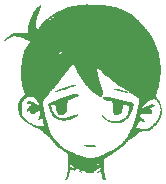
<source format=gbr>
%TF.GenerationSoftware,KiCad,Pcbnew,8.0.2-8.0.2-0~ubuntu22.04.1*%
%TF.CreationDate,2024-05-09T21:23:21-04:00*%
%TF.ProjectId,TEJ Final Project,54454a20-4669-46e6-916c-2050726f6a65,rev?*%
%TF.SameCoordinates,Original*%
%TF.FileFunction,Legend,Bot*%
%TF.FilePolarity,Positive*%
%FSLAX46Y46*%
G04 Gerber Fmt 4.6, Leading zero omitted, Abs format (unit mm)*
G04 Created by KiCad (PCBNEW 8.0.2-8.0.2-0~ubuntu22.04.1) date 2024-05-09 21:23:21*
%MOMM*%
%LPD*%
G01*
G04 APERTURE LIST*
%ADD10C,0.000000*%
G04 APERTURE END LIST*
D10*
%TO.C,LED_Matrix_8x1*%
G36*
X147004294Y-82650565D02*
G01*
X147015855Y-82660614D01*
X147011159Y-82668297D01*
X146989687Y-82674096D01*
X146974202Y-82671940D01*
X146955186Y-82660614D01*
X146958417Y-82651412D01*
X146981355Y-82647132D01*
X147004294Y-82650565D01*
G37*
G36*
X148403279Y-80425608D02*
G01*
X148476439Y-80428247D01*
X148531958Y-80432754D01*
X148572301Y-80439441D01*
X148599930Y-80448617D01*
X148617309Y-80460594D01*
X148626901Y-80475681D01*
X148631169Y-80494190D01*
X148632235Y-80505198D01*
X148629961Y-80520991D01*
X148617327Y-80531421D01*
X148588918Y-80539728D01*
X148539316Y-80549156D01*
X148530869Y-80550002D01*
X148496038Y-80551286D01*
X148440761Y-80552033D01*
X148369364Y-80552222D01*
X148286177Y-80551832D01*
X148195526Y-80550841D01*
X148185185Y-80550693D01*
X148076430Y-80548641D01*
X147989301Y-80545770D01*
X147918879Y-80541719D01*
X147860245Y-80536129D01*
X147808480Y-80528640D01*
X147758665Y-80518893D01*
X147744074Y-80515686D01*
X147680206Y-80500434D01*
X147639701Y-80487594D01*
X147619798Y-80475645D01*
X147617739Y-80463064D01*
X147630764Y-80448328D01*
X147636384Y-80444977D01*
X147653311Y-80440083D01*
X147681723Y-80436108D01*
X147724200Y-80432923D01*
X147783322Y-80430397D01*
X147861668Y-80428403D01*
X147961817Y-80426810D01*
X148086351Y-80425489D01*
X148194188Y-80424692D01*
X148310017Y-80424526D01*
X148403279Y-80425608D01*
G37*
G36*
X150459949Y-75650028D02*
G01*
X150575117Y-75662450D01*
X150690333Y-75682733D01*
X150798348Y-75709944D01*
X150891917Y-75743152D01*
X150898625Y-75745819D01*
X150931055Y-75757412D01*
X150978581Y-75773462D01*
X151033477Y-75791339D01*
X151052167Y-75797392D01*
X151108645Y-75816505D01*
X151157045Y-75834015D01*
X151188520Y-75846759D01*
X151198700Y-75851229D01*
X151242384Y-75867795D01*
X151289634Y-75883005D01*
X151319679Y-75893163D01*
X151345183Y-75909519D01*
X151354853Y-75932131D01*
X151353760Y-75954355D01*
X151341371Y-75975697D01*
X151317728Y-75982079D01*
X151282893Y-75980996D01*
X151186710Y-75964380D01*
X151068521Y-75940851D01*
X150949621Y-75913116D01*
X150817766Y-75878477D01*
X150747011Y-75859281D01*
X150642087Y-75831775D01*
X150556225Y-75810829D01*
X150485191Y-75795489D01*
X150424756Y-75784802D01*
X150370686Y-75777815D01*
X150325423Y-75770802D01*
X150274877Y-75757927D01*
X150239237Y-75743127D01*
X150215050Y-75723938D01*
X150198807Y-75696121D01*
X150202834Y-75672033D01*
X150227930Y-75657697D01*
X150258745Y-75652498D01*
X150352076Y-75646399D01*
X150459949Y-75650028D01*
G37*
G36*
X146866925Y-75305425D02*
G01*
X146908754Y-75324331D01*
X146930015Y-75349239D01*
X146927700Y-75372903D01*
X146899446Y-75394564D01*
X146844742Y-75414945D01*
X146799169Y-75428456D01*
X146682460Y-75464383D01*
X146575787Y-75499112D01*
X146483172Y-75531265D01*
X146408634Y-75559467D01*
X146356192Y-75582338D01*
X146296663Y-75609024D01*
X146218748Y-75639007D01*
X146118854Y-75673596D01*
X146109658Y-75676660D01*
X146011867Y-75708976D01*
X145934860Y-75733756D01*
X145874331Y-75752273D01*
X145825974Y-75765796D01*
X145785483Y-75775599D01*
X145748552Y-75782954D01*
X145735085Y-75785429D01*
X145704810Y-75791597D01*
X145671024Y-75799549D01*
X145629263Y-75810478D01*
X145575064Y-75825576D01*
X145503965Y-75846038D01*
X145411503Y-75873056D01*
X145410963Y-75873214D01*
X145352922Y-75886048D01*
X145298692Y-75890880D01*
X145252822Y-75888378D01*
X145219863Y-75879212D01*
X145204363Y-75864050D01*
X145210871Y-75843561D01*
X145216791Y-75837586D01*
X145245187Y-75817023D01*
X145282739Y-75795384D01*
X145319105Y-75778283D01*
X145343939Y-75771336D01*
X145346316Y-75771020D01*
X145369353Y-75763311D01*
X145408127Y-75747383D01*
X145455703Y-75726049D01*
X145461344Y-75723452D01*
X145525483Y-75696367D01*
X145599205Y-75668438D01*
X145667660Y-75645321D01*
X145718177Y-75629630D01*
X145819380Y-75597841D01*
X145921733Y-75565276D01*
X146021875Y-75533040D01*
X146116447Y-75502239D01*
X146202088Y-75473976D01*
X146275439Y-75449357D01*
X146333140Y-75429486D01*
X146371830Y-75415469D01*
X146388151Y-75408410D01*
X146399940Y-75402593D01*
X146433067Y-75391982D01*
X146476577Y-75381428D01*
X146513583Y-75372317D01*
X146575673Y-75353569D01*
X146633919Y-75332666D01*
X146665477Y-75321389D01*
X146738534Y-75304158D01*
X146807934Y-75298769D01*
X146866925Y-75305425D01*
G37*
G36*
X149311499Y-76315676D02*
G01*
X149316606Y-76316340D01*
X149355888Y-76320513D01*
X149413711Y-76325770D01*
X149483132Y-76331503D01*
X149557203Y-76337108D01*
X149571600Y-76338169D01*
X149645861Y-76344334D01*
X149714520Y-76351084D01*
X149770474Y-76357671D01*
X149806619Y-76363347D01*
X149840266Y-76370218D01*
X149897456Y-76381596D01*
X149954921Y-76392764D01*
X149998807Y-76402536D01*
X150042424Y-76415171D01*
X150069518Y-76426544D01*
X150070893Y-76427350D01*
X150099180Y-76436845D01*
X150144458Y-76445719D01*
X150197596Y-76452149D01*
X150254816Y-76459225D01*
X150319860Y-76471309D01*
X150372861Y-76485191D01*
X150375238Y-76485971D01*
X150452076Y-76508693D01*
X150539132Y-76530698D01*
X150624538Y-76549191D01*
X150696428Y-76561378D01*
X150717665Y-76564761D01*
X150781467Y-76578612D01*
X150857091Y-76598644D01*
X150935214Y-76622282D01*
X151006513Y-76646954D01*
X151021795Y-76652125D01*
X151078902Y-76665762D01*
X151134592Y-76672626D01*
X151139894Y-76672967D01*
X151182123Y-76679096D01*
X151241654Y-76691297D01*
X151311334Y-76707994D01*
X151384008Y-76727609D01*
X151398647Y-76731777D01*
X151469923Y-76751476D01*
X151535621Y-76768738D01*
X151588980Y-76781827D01*
X151623242Y-76789009D01*
X151637595Y-76791690D01*
X151671134Y-76801096D01*
X151688196Y-76810812D01*
X151692555Y-76815429D01*
X151716074Y-76831843D01*
X151750832Y-76851326D01*
X151791088Y-76874062D01*
X151836537Y-76910693D01*
X151860952Y-76950024D01*
X151861467Y-76957922D01*
X151856311Y-76990108D01*
X151844179Y-77040573D01*
X151826459Y-77104619D01*
X151804535Y-77177548D01*
X151779795Y-77254662D01*
X151753625Y-77331263D01*
X151727409Y-77402652D01*
X151725585Y-77407463D01*
X151708745Y-77455080D01*
X151693045Y-77503767D01*
X151690111Y-77513025D01*
X151674255Y-77554072D01*
X151658470Y-77584288D01*
X151647406Y-77604274D01*
X151640165Y-77629998D01*
X151639271Y-77636932D01*
X151630220Y-77666622D01*
X151614565Y-77704519D01*
X151602743Y-77730437D01*
X151579441Y-77783061D01*
X151556809Y-77835799D01*
X151537435Y-77882473D01*
X151523911Y-77916902D01*
X151518828Y-77932906D01*
X151512763Y-77949441D01*
X151490888Y-77982984D01*
X151456972Y-78026717D01*
X151415133Y-78075988D01*
X151369491Y-78126146D01*
X151324164Y-78172540D01*
X151283271Y-78210519D01*
X151250930Y-78235432D01*
X151238528Y-78243613D01*
X151201179Y-78270236D01*
X151161556Y-78300406D01*
X151144998Y-78313104D01*
X151102722Y-78343001D01*
X151067182Y-78365104D01*
X151066481Y-78365487D01*
X151032331Y-78384577D01*
X151006513Y-78399728D01*
X150927051Y-78446640D01*
X150851696Y-78484331D01*
X150784414Y-78509114D01*
X150718897Y-78523707D01*
X150668567Y-78531844D01*
X150594363Y-78544509D01*
X150527904Y-78556502D01*
X150449833Y-78565701D01*
X150356256Y-78568212D01*
X150258164Y-78564321D01*
X150165883Y-78554443D01*
X150089740Y-78538989D01*
X150047527Y-78525997D01*
X149981759Y-78503279D01*
X149907644Y-78475784D01*
X149831966Y-78446182D01*
X149761508Y-78417137D01*
X149703054Y-78391317D01*
X149663386Y-78371388D01*
X149643971Y-78359734D01*
X149582450Y-78318100D01*
X149513592Y-78266067D01*
X149441584Y-78207353D01*
X149370617Y-78145670D01*
X149304881Y-78084736D01*
X149248563Y-78028263D01*
X149205855Y-77979969D01*
X149180945Y-77943567D01*
X149170243Y-77920276D01*
X149157981Y-77885340D01*
X149155756Y-77864409D01*
X149157044Y-77861535D01*
X149175985Y-77849117D01*
X149202420Y-77850640D01*
X149222855Y-77865821D01*
X149226329Y-77870287D01*
X149247148Y-77891964D01*
X149282593Y-77926324D01*
X149328809Y-77969671D01*
X149381938Y-78018310D01*
X149428145Y-78059477D01*
X149527013Y-78141540D01*
X149618984Y-78207136D01*
X149710627Y-78259780D01*
X149808513Y-78302982D01*
X149919212Y-78340257D01*
X150049295Y-78375117D01*
X150069687Y-78379984D01*
X150126468Y-78391264D01*
X150180336Y-78397168D01*
X150241191Y-78398461D01*
X150318934Y-78395904D01*
X150442349Y-78385548D01*
X150570714Y-78362261D01*
X150676205Y-78327412D01*
X150705420Y-78315559D01*
X150752659Y-78297578D01*
X150804284Y-78278794D01*
X150850024Y-78261360D01*
X150889521Y-78244009D01*
X150912140Y-78231262D01*
X150912478Y-78230989D01*
X150938919Y-78213294D01*
X150973764Y-78193875D01*
X150990216Y-78184878D01*
X151040270Y-78150341D01*
X151099552Y-78099486D01*
X151171369Y-78029563D01*
X151204774Y-77990400D01*
X151248853Y-77924521D01*
X151292706Y-77844987D01*
X151335081Y-77755541D01*
X151374730Y-77659925D01*
X151410403Y-77561882D01*
X151440851Y-77465155D01*
X151464823Y-77373488D01*
X151481069Y-77290622D01*
X151488341Y-77220301D01*
X151485389Y-77166267D01*
X151470962Y-77132263D01*
X151449919Y-77115541D01*
X151421695Y-77106049D01*
X151394836Y-77101186D01*
X151359745Y-77087628D01*
X151358797Y-77087153D01*
X151318907Y-77071783D01*
X151274307Y-77060339D01*
X151243362Y-77052722D01*
X151193391Y-77036820D01*
X151141320Y-77017358D01*
X151078993Y-76995149D01*
X151033298Y-76988580D01*
X151000723Y-76999914D01*
X150976414Y-77030868D01*
X150955519Y-77083161D01*
X150943700Y-77122673D01*
X150928679Y-77183043D01*
X150919157Y-77234128D01*
X150915819Y-77254524D01*
X150901904Y-77313790D01*
X150884209Y-77368947D01*
X150876509Y-77390066D01*
X150858656Y-77446494D01*
X150845786Y-77497026D01*
X150825434Y-77575763D01*
X150781262Y-77679894D01*
X150722142Y-77761853D01*
X150648501Y-77821331D01*
X150560767Y-77858016D01*
X150459367Y-77871598D01*
X150344728Y-77861764D01*
X150295709Y-77850962D01*
X150230269Y-77825097D01*
X150182084Y-77785747D01*
X150146448Y-77728480D01*
X150118657Y-77648864D01*
X150093367Y-77540127D01*
X150069300Y-77380222D01*
X150057238Y-77212494D01*
X150058164Y-77046719D01*
X150061021Y-76975006D01*
X150061899Y-76888004D01*
X150058357Y-76822523D01*
X150050001Y-76775457D01*
X150036438Y-76743703D01*
X150017274Y-76724157D01*
X150002273Y-76717375D01*
X149962383Y-76705596D01*
X149907888Y-76693340D01*
X149846037Y-76682376D01*
X149819463Y-76678240D01*
X149753696Y-76667532D01*
X149689746Y-76656238D01*
X149620581Y-76643032D01*
X149539169Y-76626590D01*
X149438476Y-76605587D01*
X149404158Y-76596989D01*
X149353204Y-76574677D01*
X149307736Y-76538195D01*
X149274601Y-76499523D01*
X149244188Y-76443306D01*
X149231734Y-76388084D01*
X149239588Y-76340667D01*
X149241414Y-76336759D01*
X149254270Y-76318393D01*
X149274468Y-76312465D01*
X149311499Y-76315676D01*
G37*
G36*
X147071833Y-76117052D02*
G01*
X147120804Y-76119454D01*
X147155632Y-76123613D01*
X147180697Y-76129885D01*
X147200377Y-76138623D01*
X147209432Y-76143682D01*
X147242518Y-76166313D01*
X147254299Y-76186352D01*
X147243667Y-76206453D01*
X147209512Y-76229271D01*
X147150725Y-76257462D01*
X147122890Y-76270598D01*
X147062866Y-76302303D01*
X147009472Y-76334207D01*
X146978930Y-76353317D01*
X146947095Y-76371143D01*
X146929877Y-76378024D01*
X146918838Y-76380843D01*
X146888546Y-76392618D01*
X146848678Y-76410443D01*
X146847951Y-76410786D01*
X146799462Y-76432225D01*
X146738760Y-76457207D01*
X146678806Y-76480394D01*
X146666946Y-76484829D01*
X146619197Y-76503374D01*
X146582536Y-76518684D01*
X146564103Y-76527808D01*
X146559757Y-76530490D01*
X146533480Y-76542896D01*
X146496694Y-76557559D01*
X146423641Y-76584880D01*
X146362543Y-76608820D01*
X146319863Y-76627245D01*
X146291828Y-76641797D01*
X146274668Y-76654114D01*
X146270139Y-76660437D01*
X146259575Y-76693307D01*
X146250134Y-76747600D01*
X146242129Y-76819377D01*
X146235877Y-76904701D01*
X146231692Y-76999634D01*
X146229889Y-77100240D01*
X146230783Y-77202581D01*
X146230941Y-77209918D01*
X146229781Y-77308183D01*
X146220217Y-77389280D01*
X146199630Y-77459898D01*
X146165400Y-77526725D01*
X146114911Y-77596451D01*
X146045542Y-77675764D01*
X145979058Y-77742150D01*
X145911327Y-77794645D01*
X145838965Y-77832732D01*
X145754579Y-77860258D01*
X145650776Y-77881066D01*
X145612108Y-77883383D01*
X145547987Y-77867712D01*
X145492801Y-77827779D01*
X145449027Y-77765010D01*
X145440021Y-77746934D01*
X145402299Y-77665961D01*
X145367094Y-77582570D01*
X145336341Y-77502053D01*
X145311979Y-77429704D01*
X145295941Y-77370816D01*
X145290165Y-77330681D01*
X145288880Y-77315876D01*
X145282381Y-77275935D01*
X145271635Y-77221931D01*
X145258039Y-77161233D01*
X145239854Y-77092768D01*
X145217335Y-77032991D01*
X145192440Y-76995533D01*
X145163384Y-76977862D01*
X145128382Y-76977451D01*
X145099322Y-76982639D01*
X145053005Y-76990483D01*
X145000303Y-76999131D01*
X144931702Y-77014042D01*
X144887289Y-77033559D01*
X144865235Y-77059129D01*
X144863321Y-77092264D01*
X144873758Y-77142336D01*
X144904558Y-77266552D01*
X144938646Y-77374184D01*
X144974453Y-77460043D01*
X145003336Y-77518190D01*
X145035622Y-77581274D01*
X145062787Y-77630839D01*
X145088505Y-77673178D01*
X145116448Y-77714584D01*
X145150289Y-77761350D01*
X145154771Y-77767412D01*
X145212091Y-77841292D01*
X145260622Y-77895609D01*
X145304163Y-77934227D01*
X145346514Y-77961012D01*
X145376581Y-77977160D01*
X145423153Y-78003231D01*
X145472069Y-78031438D01*
X145529655Y-78060812D01*
X145643905Y-78100261D01*
X145768476Y-78123013D01*
X145895197Y-78127218D01*
X145896463Y-78127159D01*
X145959409Y-78122072D01*
X146027830Y-78113116D01*
X146095259Y-78101536D01*
X146155227Y-78088573D01*
X146201269Y-78075470D01*
X146226916Y-78063471D01*
X146235887Y-78058440D01*
X146266810Y-78046990D01*
X146308232Y-78035333D01*
X146330131Y-78029573D01*
X146375829Y-78015327D01*
X146409167Y-78002077D01*
X146426152Y-77995259D01*
X146467392Y-77981839D01*
X146522544Y-77965834D01*
X146584433Y-77949401D01*
X146629774Y-77937499D01*
X146685747Y-77921597D01*
X146729070Y-77907873D01*
X146752957Y-77898381D01*
X146754958Y-77897325D01*
X146783553Y-77886211D01*
X146828513Y-77872187D01*
X146881036Y-77858027D01*
X146882925Y-77857556D01*
X146940627Y-77843138D01*
X146995405Y-77829395D01*
X147035637Y-77819241D01*
X147076342Y-77811628D01*
X147122452Y-77813360D01*
X147147103Y-77828870D01*
X147149087Y-77855196D01*
X147127193Y-77889376D01*
X147080213Y-77928448D01*
X147045071Y-77953090D01*
X146989313Y-77994363D01*
X146938382Y-78034177D01*
X146901498Y-78061131D01*
X146840451Y-78098329D01*
X146782674Y-78126546D01*
X146742346Y-78142841D01*
X146682337Y-78167051D01*
X146631619Y-78187473D01*
X146612410Y-78194850D01*
X146533536Y-78220773D01*
X146436895Y-78247611D01*
X146329427Y-78273749D01*
X146218070Y-78297572D01*
X146109764Y-78317464D01*
X146011450Y-78331811D01*
X145976403Y-78335037D01*
X145867715Y-78335449D01*
X145747783Y-78324499D01*
X145624186Y-78303647D01*
X145504505Y-78274352D01*
X145396319Y-78238073D01*
X145307209Y-78196269D01*
X145247078Y-78155503D01*
X145172482Y-78091976D01*
X145094448Y-78013743D01*
X145017992Y-77925501D01*
X145003932Y-77906762D01*
X144971884Y-77857658D01*
X144935790Y-77796111D01*
X144898214Y-77727199D01*
X144861721Y-77656000D01*
X144828874Y-77587592D01*
X144802237Y-77527054D01*
X144784375Y-77479462D01*
X144777851Y-77449897D01*
X144777511Y-77444736D01*
X144772636Y-77424505D01*
X144760748Y-77392090D01*
X144740277Y-77343457D01*
X144709656Y-77274574D01*
X144705013Y-77263990D01*
X144687813Y-77220176D01*
X144676348Y-77184123D01*
X144665846Y-77156423D01*
X144648450Y-77131915D01*
X144638907Y-77121874D01*
X144629549Y-77100828D01*
X144629075Y-77096999D01*
X144620263Y-77071676D01*
X144603837Y-77037453D01*
X144602528Y-77034989D01*
X144581409Y-76985362D01*
X144572781Y-76943509D01*
X144577009Y-76914604D01*
X144594456Y-76903820D01*
X144595337Y-76903757D01*
X144616114Y-76896807D01*
X144655046Y-76880006D01*
X144706894Y-76855716D01*
X144766420Y-76826299D01*
X144817605Y-76800654D01*
X144918213Y-76752375D01*
X144999606Y-76716842D01*
X145064323Y-76692988D01*
X145114900Y-76679746D01*
X145117747Y-76679193D01*
X145155491Y-76668350D01*
X145182309Y-76655008D01*
X145188114Y-76651380D01*
X145217822Y-76637903D01*
X145263241Y-76620561D01*
X145317129Y-76602192D01*
X145323366Y-76600181D01*
X145381845Y-76580728D01*
X145432051Y-76562380D01*
X145482073Y-76541832D01*
X145540001Y-76515776D01*
X145613925Y-76480907D01*
X145648635Y-76465132D01*
X145684126Y-76450913D01*
X145703966Y-76445433D01*
X145714305Y-76443067D01*
X145737477Y-76428144D01*
X145741709Y-76424842D01*
X145768767Y-76409872D01*
X145811631Y-76390096D01*
X145863148Y-76368886D01*
X145881123Y-76361926D01*
X145935558Y-76341463D01*
X145987576Y-76323206D01*
X146044285Y-76304824D01*
X146112790Y-76283987D01*
X146200197Y-76258364D01*
X146250219Y-76243737D01*
X146320402Y-76222966D01*
X146382203Y-76204432D01*
X146384862Y-76203626D01*
X146478667Y-76175409D01*
X146552840Y-76154092D01*
X146613381Y-76138693D01*
X146666285Y-76128229D01*
X146717550Y-76121718D01*
X146773173Y-76118178D01*
X146839151Y-76116625D01*
X146921481Y-76116077D01*
X147004342Y-76116055D01*
X147071833Y-76117052D01*
G37*
G36*
X150620111Y-68838821D02*
G01*
X150693168Y-68861057D01*
X150745539Y-68868576D01*
X150780696Y-68873479D01*
X150805757Y-68887095D01*
X150833707Y-68902281D01*
X150839167Y-68906650D01*
X150874408Y-68927503D01*
X150905455Y-68935985D01*
X150934549Y-68945135D01*
X150937163Y-68947340D01*
X150963659Y-68969690D01*
X150963677Y-68969714D01*
X150989015Y-68993502D01*
X151012710Y-69003395D01*
X151034703Y-69007200D01*
X151059848Y-69018426D01*
X151075239Y-69025297D01*
X151111154Y-69052182D01*
X151113601Y-69054337D01*
X151141012Y-69068298D01*
X151178842Y-69078806D01*
X151183587Y-69079753D01*
X151223600Y-69093666D01*
X151253084Y-69113040D01*
X151275147Y-69128689D01*
X151309618Y-69138215D01*
X151332949Y-69143496D01*
X151360021Y-69163896D01*
X151360286Y-69164268D01*
X151372841Y-69173976D01*
X151386136Y-69184256D01*
X151422642Y-69196612D01*
X151445666Y-69203828D01*
X151492156Y-69230281D01*
X151525495Y-69256182D01*
X151545914Y-69272045D01*
X151552475Y-69277670D01*
X151593543Y-69309507D01*
X151629170Y-69331950D01*
X151652272Y-69340444D01*
X151677381Y-69349709D01*
X151702074Y-69374149D01*
X151724521Y-69397335D01*
X151750458Y-69407854D01*
X151767642Y-69409710D01*
X151798916Y-69421486D01*
X151836750Y-69445899D01*
X151883773Y-69485007D01*
X151942615Y-69540867D01*
X152012360Y-69611924D01*
X152015906Y-69615537D01*
X152086439Y-69688139D01*
X152143020Y-69744297D01*
X152184650Y-69782800D01*
X152212765Y-69804973D01*
X152228802Y-69812144D01*
X152233274Y-69813325D01*
X152254281Y-69828695D01*
X152279906Y-69856129D01*
X152306918Y-69888780D01*
X152378786Y-69970712D01*
X152452179Y-70049724D01*
X152468553Y-70067351D01*
X152577513Y-70180106D01*
X152625651Y-70229660D01*
X152637056Y-70241400D01*
X152691496Y-70299431D01*
X152730166Y-70343797D01*
X152755174Y-70377105D01*
X152768632Y-70401957D01*
X152772649Y-70420958D01*
X152779352Y-70434116D01*
X152802526Y-70464018D01*
X152839286Y-70506181D01*
X152886534Y-70557074D01*
X152941174Y-70613164D01*
X152946151Y-70618166D01*
X153017857Y-70692126D01*
X153068949Y-70748966D01*
X153099528Y-70788808D01*
X153109698Y-70811773D01*
X153109699Y-70811969D01*
X153119382Y-70837359D01*
X153145390Y-70874897D01*
X153183849Y-70918983D01*
X153192487Y-70928175D01*
X153225806Y-70966483D01*
X153249182Y-70997983D01*
X153257999Y-71016599D01*
X153258827Y-71018947D01*
X153261516Y-71026576D01*
X153278912Y-71055470D01*
X153295985Y-71079616D01*
X153307570Y-71096001D01*
X153308519Y-71097226D01*
X153343788Y-71142729D01*
X153366889Y-71172086D01*
X153401370Y-71218940D01*
X153427084Y-71257761D01*
X153439711Y-71282267D01*
X153452127Y-71309975D01*
X153475794Y-71343951D01*
X153478831Y-71347562D01*
X153497859Y-71382559D01*
X153510054Y-71424843D01*
X153510863Y-71429373D01*
X153526270Y-71472950D01*
X153549966Y-71507024D01*
X153567081Y-71531449D01*
X153574014Y-71541344D01*
X153581566Y-71589636D01*
X153587066Y-71631800D01*
X153603878Y-71661060D01*
X153611637Y-71668662D01*
X153636002Y-71706173D01*
X153654938Y-71753364D01*
X153662758Y-71797097D01*
X153670273Y-71827649D01*
X153689422Y-71861569D01*
X153707791Y-71897669D01*
X153716086Y-71940515D01*
X153722513Y-71976872D01*
X153750091Y-72025811D01*
X153754381Y-72031175D01*
X153775287Y-72066786D01*
X153783519Y-72097503D01*
X153783796Y-72098538D01*
X153789409Y-72124662D01*
X153808959Y-72156371D01*
X153816109Y-72165533D01*
X153832629Y-72201177D01*
X153841920Y-72238151D01*
X153843635Y-72244976D01*
X153847129Y-72262773D01*
X153861698Y-72305696D01*
X153880171Y-72335439D01*
X153892769Y-72350724D01*
X153909758Y-72391074D01*
X153916998Y-72445222D01*
X153917686Y-72450370D01*
X153918304Y-72453536D01*
X153930239Y-72476467D01*
X153952320Y-72506244D01*
X153973573Y-72539360D01*
X153986025Y-72591630D01*
X153986025Y-72591887D01*
X153990670Y-72637651D01*
X154001740Y-72684057D01*
X154004090Y-72691766D01*
X154008851Y-72712619D01*
X154013434Y-72741609D01*
X154018078Y-72781421D01*
X154023019Y-72834738D01*
X154027604Y-72892939D01*
X154028494Y-72904244D01*
X154031030Y-72940126D01*
X154034739Y-72992621D01*
X154035288Y-73000945D01*
X154041992Y-73102555D01*
X154050488Y-73236728D01*
X154052858Y-73272053D01*
X154058640Y-73334954D01*
X154066029Y-73379862D01*
X154076246Y-73412990D01*
X154090510Y-73440549D01*
X154096311Y-73450191D01*
X154106027Y-73469953D01*
X154112782Y-73492884D01*
X154117109Y-73523742D01*
X154119539Y-73567287D01*
X154120607Y-73628276D01*
X154120844Y-73711469D01*
X154120879Y-73750468D01*
X154121384Y-73822925D01*
X154122859Y-73874542D01*
X154125772Y-73909590D01*
X154130590Y-73932337D01*
X154137780Y-73947055D01*
X154147808Y-73958013D01*
X154155265Y-73965598D01*
X154165374Y-73982813D01*
X154171295Y-74008977D01*
X154174078Y-74050088D01*
X154174185Y-74059655D01*
X154174772Y-74112145D01*
X154173921Y-74171017D01*
X154170298Y-74219374D01*
X154163008Y-74252092D01*
X154151179Y-74275210D01*
X154140771Y-74295528D01*
X154131655Y-74331210D01*
X154125023Y-74384333D01*
X154120074Y-74459651D01*
X154118221Y-74493940D01*
X154113583Y-74553797D01*
X154107476Y-74594391D01*
X154098916Y-74621048D01*
X154086918Y-74639097D01*
X154081898Y-74645277D01*
X154072737Y-74662752D01*
X154065898Y-74688951D01*
X154060686Y-74728434D01*
X154056405Y-74785758D01*
X154052358Y-74865484D01*
X154051315Y-74887990D01*
X154047608Y-74953431D01*
X154047006Y-74964057D01*
X154041982Y-75019723D01*
X154035453Y-75060250D01*
X154026633Y-75090902D01*
X154014734Y-75116941D01*
X154003877Y-75139536D01*
X153994753Y-75168569D01*
X153989320Y-75205275D01*
X153986703Y-75256078D01*
X153986025Y-75327401D01*
X153986004Y-75346514D01*
X153985226Y-75409898D01*
X153982629Y-75453927D01*
X153977265Y-75484711D01*
X153968188Y-75508359D01*
X153954449Y-75530982D01*
X153949529Y-75538758D01*
X153927323Y-75586579D01*
X153913445Y-75636469D01*
X153911298Y-75647720D01*
X153898111Y-75686185D01*
X153897472Y-75688048D01*
X153879050Y-75712916D01*
X153869585Y-75721822D01*
X153859436Y-75743391D01*
X153853125Y-75779948D01*
X153849220Y-75837473D01*
X153846936Y-75876394D01*
X153841164Y-75922530D01*
X153831347Y-75953307D01*
X153815749Y-75975906D01*
X153814501Y-75977313D01*
X153792714Y-76017150D01*
X153780497Y-76070304D01*
X153778616Y-76083607D01*
X153765039Y-76132149D01*
X153745119Y-76169866D01*
X153743960Y-76171361D01*
X153724446Y-76204330D01*
X153716386Y-76233027D01*
X153719519Y-76246928D01*
X153733302Y-76278468D01*
X153753913Y-76316387D01*
X153776767Y-76352993D01*
X153797280Y-76380596D01*
X153810866Y-76391506D01*
X153820987Y-76400308D01*
X153835100Y-76424837D01*
X153842860Y-76438384D01*
X153866018Y-76472367D01*
X153898773Y-76517126D01*
X153936514Y-76566643D01*
X153974627Y-76614906D01*
X154008500Y-76655897D01*
X154033521Y-76683602D01*
X154046273Y-76704744D01*
X154053504Y-76739629D01*
X154054625Y-76750641D01*
X154066380Y-76788900D01*
X154086788Y-76829669D01*
X154090441Y-76835858D01*
X154111836Y-76886026D01*
X154120424Y-76933484D01*
X154125586Y-76971032D01*
X154143486Y-76996043D01*
X154156396Y-77010756D01*
X154167761Y-77046156D01*
X154176394Y-77104799D01*
X154178711Y-77124129D01*
X154192995Y-77192413D01*
X154214422Y-77236177D01*
X154217014Y-77239545D01*
X154225804Y-77253362D01*
X154232275Y-77270604D01*
X154236780Y-77295195D01*
X154239672Y-77331058D01*
X154241301Y-77382116D01*
X154242021Y-77452290D01*
X154242043Y-77464838D01*
X154242182Y-77545506D01*
X154242167Y-77584916D01*
X154241874Y-77668231D01*
X154240933Y-77729867D01*
X154238988Y-77773621D01*
X154235683Y-77803290D01*
X154230663Y-77822669D01*
X154223573Y-77835556D01*
X154214056Y-77845745D01*
X154202497Y-77859455D01*
X154187323Y-77896359D01*
X154178532Y-77953536D01*
X154177254Y-77965952D01*
X154165228Y-78025420D01*
X154145989Y-78062114D01*
X154130060Y-78087586D01*
X154120844Y-78125874D01*
X154112652Y-78159945D01*
X154091302Y-78194091D01*
X154069619Y-78223453D01*
X154057714Y-78252045D01*
X154056171Y-78257578D01*
X154042254Y-78285999D01*
X154017558Y-78326825D01*
X153986142Y-78373189D01*
X153974005Y-78390416D01*
X153945689Y-78432566D01*
X153925998Y-78464794D01*
X153918615Y-78481205D01*
X153918608Y-78481363D01*
X153908790Y-78496230D01*
X153882212Y-78526877D01*
X153841608Y-78570603D01*
X153789708Y-78624706D01*
X153729245Y-78686483D01*
X153662950Y-78753234D01*
X153593554Y-78822257D01*
X153523789Y-78890849D01*
X153456388Y-78956309D01*
X153394081Y-79015935D01*
X153339600Y-79067026D01*
X153295677Y-79106880D01*
X153265044Y-79132795D01*
X153250431Y-79142069D01*
X153226753Y-79149045D01*
X153189744Y-79167926D01*
X153149289Y-79193140D01*
X153114318Y-79219094D01*
X153093760Y-79240195D01*
X153093207Y-79240898D01*
X153079655Y-79246091D01*
X153072583Y-79247068D01*
X153048668Y-79250372D01*
X152998342Y-79253843D01*
X152926770Y-79256604D01*
X152832048Y-79258757D01*
X152712270Y-79260402D01*
X152340794Y-79264383D01*
X152308686Y-79315245D01*
X152301489Y-79326010D01*
X152271893Y-79362363D01*
X152243698Y-79387651D01*
X152230407Y-79398039D01*
X152198531Y-79426089D01*
X152154369Y-79466841D01*
X152108514Y-79510331D01*
X152101856Y-79516646D01*
X152044928Y-79571858D01*
X152042156Y-79574575D01*
X151975829Y-79638427D01*
X151924676Y-79684846D01*
X151885770Y-79716197D01*
X151856182Y-79734847D01*
X151832986Y-79743161D01*
X151795331Y-79757561D01*
X151766768Y-79782578D01*
X151746395Y-79804059D01*
X151713863Y-79821572D01*
X151702207Y-79826046D01*
X151668836Y-79846993D01*
X151634131Y-79876783D01*
X151617670Y-79892541D01*
X151590886Y-79914968D01*
X151575059Y-79923777D01*
X151568504Y-79925914D01*
X151544311Y-79940458D01*
X151512087Y-79964223D01*
X151501543Y-79972098D01*
X151459343Y-79995604D01*
X151423074Y-80004669D01*
X151396915Y-80009142D01*
X151370749Y-80031216D01*
X151363644Y-80041742D01*
X151339518Y-80071421D01*
X151304278Y-80111356D01*
X151262790Y-80155924D01*
X151238374Y-80182392D01*
X151202421Y-80225384D01*
X151177857Y-80260260D01*
X151168667Y-80281694D01*
X151164590Y-80295413D01*
X151138978Y-80323983D01*
X151088879Y-80359898D01*
X151073578Y-80370139D01*
X151022572Y-80408539D01*
X150966143Y-80455661D01*
X150913949Y-80503574D01*
X150861311Y-80551853D01*
X150808471Y-80591202D01*
X150765741Y-80610844D01*
X150733577Y-80623959D01*
X150689882Y-80655323D01*
X150638148Y-80706649D01*
X150634747Y-80710317D01*
X150588777Y-80754577D01*
X150540043Y-80793821D01*
X150498391Y-80820061D01*
X150478195Y-80830779D01*
X150428688Y-80862166D01*
X150388071Y-80894131D01*
X150368466Y-80910722D01*
X150321964Y-80944080D01*
X150273474Y-80973316D01*
X150237774Y-80994994D01*
X150184573Y-81033425D01*
X150136927Y-81073827D01*
X150100097Y-81105684D01*
X150062762Y-81132596D01*
X150035813Y-81146187D01*
X150013243Y-81156488D01*
X149976007Y-81180802D01*
X149936010Y-81212514D01*
X149902289Y-81239721D01*
X149865048Y-81265128D01*
X149838615Y-81277938D01*
X149830852Y-81280368D01*
X149796136Y-81296400D01*
X149757901Y-81319329D01*
X149744928Y-81327710D01*
X149711537Y-81345696D01*
X149688921Y-81352864D01*
X149670252Y-81360457D01*
X149638001Y-81381481D01*
X149599799Y-81411224D01*
X149563334Y-81439667D01*
X149519818Y-81469078D01*
X149485822Y-81487260D01*
X149465706Y-81498426D01*
X149427311Y-81528826D01*
X149385187Y-81569452D01*
X149345605Y-81613631D01*
X149314834Y-81654689D01*
X149299144Y-81685953D01*
X149300538Y-81715633D01*
X149321519Y-81757674D01*
X149328843Y-81768525D01*
X149335443Y-81781330D01*
X149340669Y-81797815D01*
X149344713Y-81820889D01*
X149347770Y-81853464D01*
X149350033Y-81898450D01*
X149351698Y-81958757D01*
X149352956Y-82037296D01*
X149352981Y-82039690D01*
X149354004Y-82136977D01*
X149355033Y-82260712D01*
X149355449Y-82311094D01*
X149355951Y-82371775D01*
X149356996Y-82474156D01*
X149358241Y-82555199D01*
X149359885Y-82617886D01*
X149362126Y-82665198D01*
X149365160Y-82700116D01*
X149369187Y-82725622D01*
X149374404Y-82744697D01*
X149381009Y-82760323D01*
X149389200Y-82775481D01*
X149392369Y-82781194D01*
X149404385Y-82807490D01*
X149413045Y-82838274D01*
X149419265Y-82879165D01*
X149423961Y-82935781D01*
X149428049Y-83013741D01*
X149429924Y-83053237D01*
X149433880Y-83118401D01*
X149438620Y-83164334D01*
X149445036Y-83196263D01*
X149454020Y-83219415D01*
X149466463Y-83239017D01*
X149469705Y-83243564D01*
X149488756Y-83278267D01*
X149496535Y-83307202D01*
X149496515Y-83309234D01*
X149494142Y-83321066D01*
X149484365Y-83328532D01*
X149462294Y-83332630D01*
X149423040Y-83334358D01*
X149361715Y-83334712D01*
X149348288Y-83334705D01*
X149291523Y-83334196D01*
X149255900Y-83332144D01*
X149236520Y-83327521D01*
X149228485Y-83319301D01*
X149226895Y-83306458D01*
X149226634Y-83302391D01*
X149216614Y-83270889D01*
X149196561Y-83235678D01*
X149187007Y-83221132D01*
X149176151Y-83197066D01*
X149169702Y-83166132D01*
X149166490Y-83121636D01*
X149165348Y-83056884D01*
X149164802Y-83012818D01*
X149162542Y-82962278D01*
X149157573Y-82928117D01*
X149148772Y-82903894D01*
X149135013Y-82883171D01*
X149115754Y-82849197D01*
X149105558Y-82787509D01*
X149102299Y-82746382D01*
X149092558Y-82703984D01*
X149078876Y-82672769D01*
X149063843Y-82660614D01*
X149055477Y-82650461D01*
X149048970Y-82623538D01*
X149044519Y-82586463D01*
X149022425Y-82626909D01*
X148988486Y-82673907D01*
X148937700Y-82711239D01*
X148871194Y-82732729D01*
X148786433Y-82739153D01*
X148680876Y-82731288D01*
X148586503Y-82719368D01*
X148667394Y-82708365D01*
X148735252Y-82692875D01*
X148786396Y-82665506D01*
X148789781Y-82662774D01*
X148824609Y-82642116D01*
X148856195Y-82633650D01*
X148872652Y-82628940D01*
X148903861Y-82607683D01*
X148935813Y-82576501D01*
X148960707Y-82543386D01*
X148970738Y-82516328D01*
X148970771Y-82515621D01*
X148982647Y-82498075D01*
X149009471Y-82479494D01*
X149038377Y-82457703D01*
X149058535Y-82418528D01*
X149064928Y-82360217D01*
X149060990Y-82332604D01*
X149043414Y-82315876D01*
X149012340Y-82321915D01*
X148968405Y-82350783D01*
X148952212Y-82362681D01*
X148924380Y-82378762D01*
X148899775Y-82392978D01*
X148847753Y-82414171D01*
X148823839Y-82421927D01*
X148793752Y-82434671D01*
X148781991Y-82444281D01*
X148781973Y-82444620D01*
X148770103Y-82456964D01*
X148742877Y-82471315D01*
X148715157Y-82486154D01*
X148665410Y-82529053D01*
X148628136Y-82582587D01*
X148603742Y-82608082D01*
X148552490Y-82628375D01*
X148532056Y-82633674D01*
X148505488Y-82644137D01*
X148495538Y-82659237D01*
X148495551Y-82685673D01*
X148493780Y-82716199D01*
X148482069Y-82729613D01*
X148459461Y-82732098D01*
X148424719Y-82736321D01*
X148395000Y-82739667D01*
X148319092Y-82745091D01*
X148243507Y-82746747D01*
X148174853Y-82744752D01*
X148119740Y-82739224D01*
X148084780Y-82730281D01*
X148079031Y-82727662D01*
X148048853Y-82717991D01*
X148016444Y-82717848D01*
X147970183Y-82726892D01*
X147946338Y-82731692D01*
X147888711Y-82738597D01*
X147838254Y-82739272D01*
X147832892Y-82738854D01*
X147795529Y-82732947D01*
X147773765Y-82719149D01*
X147757363Y-82691399D01*
X147747764Y-82672292D01*
X147732194Y-82651879D01*
X147709618Y-82639180D01*
X147673403Y-82631024D01*
X147616917Y-82624238D01*
X147582198Y-82618808D01*
X147523620Y-82603542D01*
X147475604Y-82584235D01*
X147473954Y-82583361D01*
X147427079Y-82560978D01*
X147398336Y-82554450D01*
X147383993Y-82563995D01*
X147380316Y-82589834D01*
X147383303Y-82610275D01*
X147399720Y-82647015D01*
X147424587Y-82675885D01*
X147451158Y-82687578D01*
X147456137Y-82688023D01*
X147478131Y-82698760D01*
X147492983Y-82716783D01*
X147492100Y-82732635D01*
X147489927Y-82734564D01*
X147462783Y-82741922D01*
X147430208Y-82734090D01*
X147405106Y-82713852D01*
X147388382Y-82697667D01*
X147357060Y-82686108D01*
X147305717Y-82679029D01*
X147294789Y-82678057D01*
X147242289Y-82672491D01*
X147213921Y-82665308D01*
X147207328Y-82653206D01*
X147220152Y-82632882D01*
X147250034Y-82601032D01*
X147308813Y-82540552D01*
X147280301Y-82514042D01*
X147275831Y-82510274D01*
X147240458Y-82490757D01*
X147197861Y-82477664D01*
X147186248Y-82475266D01*
X147135220Y-82461040D01*
X147085518Y-82442867D01*
X147073272Y-82437745D01*
X147023138Y-82420925D01*
X146988806Y-82420239D01*
X146964610Y-82436860D01*
X146944885Y-82471959D01*
X146939226Y-82485503D01*
X146926467Y-82520669D01*
X146921275Y-82542739D01*
X146920475Y-82549932D01*
X146910375Y-82576340D01*
X146892493Y-82582214D01*
X146857537Y-82577532D01*
X146812368Y-82564439D01*
X146763734Y-82545261D01*
X146718383Y-82522325D01*
X146683063Y-82497958D01*
X146674865Y-82491118D01*
X146639806Y-82466216D01*
X146610863Y-82451474D01*
X146577337Y-82450840D01*
X146534190Y-82468015D01*
X146493288Y-82499435D01*
X146462823Y-82540191D01*
X146462535Y-82540754D01*
X146445553Y-82587800D01*
X146430756Y-82654101D01*
X146419263Y-82732093D01*
X146412193Y-82814213D01*
X146410664Y-82892894D01*
X146410826Y-82933554D01*
X146407114Y-82971019D01*
X146396706Y-82998336D01*
X146377187Y-83025036D01*
X146371139Y-83032678D01*
X146350211Y-83068060D01*
X146341757Y-83098161D01*
X146338222Y-83119484D01*
X146323717Y-83144153D01*
X146320305Y-83147595D01*
X146304388Y-83174147D01*
X146290017Y-83211388D01*
X146288305Y-83216814D01*
X146269280Y-83261662D01*
X146246411Y-83299181D01*
X146235974Y-83311413D01*
X146215522Y-83326394D01*
X146186524Y-83333141D01*
X146139812Y-83334712D01*
X146096628Y-83334051D01*
X146073645Y-83330412D01*
X146066183Y-83321339D01*
X146068468Y-83304377D01*
X146082630Y-83273142D01*
X146106597Y-83240338D01*
X146110330Y-83235945D01*
X146132671Y-83197185D01*
X146146727Y-83152705D01*
X146148018Y-83145915D01*
X146161046Y-83101187D01*
X146178028Y-83065072D01*
X146182729Y-83056467D01*
X146193701Y-83020024D01*
X146201798Y-82962979D01*
X146207530Y-82882184D01*
X146210876Y-82824422D01*
X146215721Y-82773387D01*
X146222650Y-82737682D01*
X146232989Y-82710915D01*
X146248064Y-82686696D01*
X146281089Y-82640391D01*
X146282400Y-82384234D01*
X148067447Y-82384234D01*
X148074727Y-82397852D01*
X148104523Y-82403392D01*
X148135317Y-82400461D01*
X148163890Y-82390858D01*
X148170501Y-82378762D01*
X148154151Y-82368403D01*
X148113839Y-82364011D01*
X148110933Y-82364028D01*
X148077868Y-82369158D01*
X148067447Y-82384234D01*
X146282400Y-82384234D01*
X146283577Y-82154130D01*
X146486655Y-82154130D01*
X146495665Y-82196370D01*
X146518882Y-82237731D01*
X146553481Y-82271868D01*
X146596638Y-82292436D01*
X146602573Y-82294185D01*
X146638092Y-82309811D01*
X146676414Y-82332387D01*
X146690164Y-82341075D01*
X146737641Y-82360856D01*
X146776950Y-82362002D01*
X146803730Y-82345189D01*
X146813626Y-82311094D01*
X146812750Y-82301096D01*
X146804489Y-82280420D01*
X146784708Y-82255516D01*
X146750000Y-82222477D01*
X146696956Y-82177398D01*
X146670280Y-82155531D01*
X146619993Y-82116564D01*
X146583259Y-82093285D01*
X146555701Y-82083855D01*
X146532944Y-82086441D01*
X146510612Y-82099204D01*
X146494677Y-82117355D01*
X146486655Y-82154130D01*
X146283577Y-82154130D01*
X146284155Y-82041244D01*
X148732226Y-82041244D01*
X148750854Y-82053474D01*
X148795436Y-82066140D01*
X148818370Y-82071047D01*
X148854418Y-82077897D01*
X148876035Y-82078682D01*
X148891498Y-82072982D01*
X148909085Y-82060377D01*
X148915489Y-82055250D01*
X148927105Y-82039690D01*
X148917486Y-82029437D01*
X148884767Y-82023600D01*
X148827081Y-82021289D01*
X148822128Y-82021247D01*
X148768856Y-82023723D01*
X148738558Y-82030858D01*
X148732226Y-82041244D01*
X146284155Y-82041244D01*
X146284159Y-82040444D01*
X146284716Y-81955655D01*
X146285969Y-81832578D01*
X146287653Y-81717968D01*
X146289696Y-81614909D01*
X146292022Y-81526482D01*
X146294558Y-81455771D01*
X146297231Y-81405859D01*
X146299967Y-81379828D01*
X146306234Y-81313503D01*
X146293832Y-81247493D01*
X146260286Y-81180315D01*
X146203862Y-81107046D01*
X146194525Y-81096604D01*
X146122853Y-81028439D01*
X146052558Y-80981848D01*
X146018539Y-80963347D01*
X145979738Y-80938876D01*
X145955845Y-80919589D01*
X145955763Y-80919499D01*
X145926845Y-80899709D01*
X145888639Y-80886571D01*
X145875065Y-80882741D01*
X145829703Y-80857506D01*
X145778375Y-80813853D01*
X145743156Y-80781879D01*
X145706649Y-80753895D01*
X145680253Y-80739283D01*
X145669009Y-80734122D01*
X145636195Y-80713409D01*
X145592874Y-80681904D01*
X145545387Y-80644082D01*
X145519362Y-80623069D01*
X145472562Y-80588290D01*
X145432893Y-80562458D01*
X145406899Y-80550020D01*
X145406562Y-80549934D01*
X145376047Y-80533066D01*
X145336448Y-80498788D01*
X145292862Y-80452505D01*
X145250386Y-80399622D01*
X145214115Y-80345546D01*
X145213639Y-80344751D01*
X145186507Y-80305670D01*
X145148384Y-80258118D01*
X145107367Y-80212208D01*
X145097118Y-80201182D01*
X145039883Y-80131145D01*
X144985436Y-80052170D01*
X144942852Y-79977220D01*
X144938737Y-79972007D01*
X144918215Y-79950036D01*
X144883816Y-79914798D01*
X144839084Y-79869785D01*
X144787560Y-79818487D01*
X144732785Y-79764397D01*
X144678301Y-79711006D01*
X144627651Y-79661805D01*
X144584374Y-79620287D01*
X144552014Y-79589942D01*
X144534112Y-79574263D01*
X144500684Y-79554006D01*
X144461587Y-79538478D01*
X144459016Y-79537668D01*
X144432002Y-79521500D01*
X144390816Y-79488853D01*
X144338983Y-79442689D01*
X144280030Y-79385970D01*
X144256358Y-79362502D01*
X144206527Y-79313620D01*
X144164028Y-79272620D01*
X144132759Y-79243243D01*
X144116621Y-79229230D01*
X144098126Y-79216672D01*
X144063548Y-79193604D01*
X144021835Y-79166025D01*
X143984103Y-79140035D01*
X143949201Y-79113604D01*
X143929181Y-79095472D01*
X143916350Y-79084009D01*
X143891253Y-79074414D01*
X143877283Y-79070920D01*
X143844648Y-79056230D01*
X143805068Y-79033968D01*
X143799073Y-79030358D01*
X143741089Y-79003293D01*
X143690927Y-78993523D01*
X143655610Y-78988655D01*
X143602462Y-78959818D01*
X143596397Y-78954939D01*
X143563557Y-78934433D01*
X143537002Y-78926113D01*
X143515419Y-78920331D01*
X143487479Y-78900719D01*
X143486445Y-78899664D01*
X143455608Y-78879438D01*
X143416174Y-78865559D01*
X143414720Y-78865250D01*
X143374180Y-78851761D01*
X143342023Y-78833412D01*
X143322698Y-78817835D01*
X143274528Y-78783023D01*
X143234257Y-78759492D01*
X143207749Y-78750847D01*
X143189023Y-78745283D01*
X143162568Y-78726435D01*
X143132823Y-78699526D01*
X143084219Y-78667780D01*
X143042894Y-78656474D01*
X143022355Y-78651389D01*
X142998599Y-78630193D01*
X142988852Y-78616144D01*
X142964848Y-78595288D01*
X142925093Y-78571416D01*
X142864819Y-78541361D01*
X142860162Y-78539105D01*
X142825034Y-78519358D01*
X142800842Y-78501454D01*
X142783546Y-78487938D01*
X142748826Y-78465064D01*
X142706140Y-78439486D01*
X142697054Y-78434010D01*
X142651559Y-78401283D01*
X142596490Y-78355389D01*
X142535616Y-78300150D01*
X142472707Y-78239389D01*
X142411533Y-78176931D01*
X142355864Y-78116598D01*
X142309468Y-78062213D01*
X142276116Y-78017599D01*
X142259578Y-77986581D01*
X142256529Y-77977278D01*
X142238316Y-77937560D01*
X142217859Y-77909654D01*
X142203312Y-77890302D01*
X142198920Y-77860927D01*
X142196215Y-77836666D01*
X142172339Y-77804395D01*
X142171192Y-77803318D01*
X142154277Y-77783644D01*
X142143643Y-77758982D01*
X142137213Y-77722006D01*
X142132908Y-77665392D01*
X142130122Y-77628748D01*
X142119394Y-77562526D01*
X142102351Y-77520161D01*
X142099335Y-77515247D01*
X142092184Y-77499307D01*
X142086591Y-77477229D01*
X142082268Y-77445541D01*
X142078925Y-77400774D01*
X142076275Y-77339456D01*
X142075743Y-77320191D01*
X142359775Y-77320191D01*
X142363118Y-77475124D01*
X142372144Y-77606150D01*
X142387086Y-77715143D01*
X142408173Y-77803975D01*
X142435638Y-77874520D01*
X142456366Y-77911923D01*
X142498713Y-77976808D01*
X142548980Y-78045090D01*
X142600357Y-78107676D01*
X142646033Y-78155470D01*
X142666397Y-78174484D01*
X142706595Y-78212582D01*
X142754972Y-78258855D01*
X142805067Y-78307142D01*
X142845401Y-78345295D01*
X142885033Y-78380817D01*
X142914407Y-78404919D01*
X142929099Y-78413799D01*
X142940269Y-78417655D01*
X142968882Y-78433570D01*
X143005486Y-78457615D01*
X143018505Y-78466699D01*
X143069140Y-78500678D01*
X143105149Y-78521491D01*
X143132011Y-78531968D01*
X143155204Y-78534937D01*
X143173661Y-78539032D01*
X143192089Y-78555968D01*
X143192962Y-78557872D01*
X143212205Y-78577438D01*
X143244089Y-78595837D01*
X143286174Y-78616865D01*
X143328541Y-78642326D01*
X143332757Y-78645122D01*
X143364672Y-78662653D01*
X143387937Y-78669867D01*
X143393063Y-78670689D01*
X143419283Y-78682638D01*
X143451867Y-78704264D01*
X143458072Y-78708728D01*
X143502641Y-78732066D01*
X143547514Y-78744902D01*
X143554370Y-78745920D01*
X143590561Y-78756448D01*
X143613148Y-78771263D01*
X143615535Y-78773977D01*
X143643242Y-78786740D01*
X143683716Y-78790407D01*
X143726007Y-78785026D01*
X143759170Y-78770642D01*
X143773856Y-78762102D01*
X143822249Y-78751934D01*
X143881522Y-78757168D01*
X143943868Y-78777515D01*
X143948337Y-78779490D01*
X144013996Y-78798237D01*
X144097012Y-78804273D01*
X144126882Y-78804020D01*
X144176811Y-78800691D01*
X144206685Y-78791918D01*
X144221203Y-78775714D01*
X144225063Y-78750092D01*
X144222773Y-78699207D01*
X144214960Y-78627057D01*
X144203166Y-78550781D01*
X144189026Y-78480736D01*
X144174171Y-78427281D01*
X144169958Y-78414081D01*
X144156972Y-78359465D01*
X144145715Y-78293107D01*
X144138243Y-78226506D01*
X144136510Y-78205512D01*
X144127776Y-78130595D01*
X144116304Y-78078622D01*
X144101156Y-78046369D01*
X144081398Y-78030610D01*
X144067311Y-78030263D01*
X144041157Y-78046066D01*
X144016914Y-78076120D01*
X144001292Y-78113482D01*
X143995998Y-78127992D01*
X143974368Y-78164481D01*
X143944285Y-78201458D01*
X143914256Y-78229742D01*
X143882744Y-78247347D01*
X143846511Y-78252015D01*
X143840395Y-78251891D01*
X143804985Y-78246361D01*
X143783309Y-78235163D01*
X143779478Y-78215601D01*
X143783028Y-78177830D01*
X143792565Y-78130523D01*
X143806131Y-78081738D01*
X143821769Y-78039533D01*
X143837521Y-78011967D01*
X143837832Y-78011603D01*
X143853876Y-77987825D01*
X143876639Y-77948334D01*
X143901301Y-77901484D01*
X143913534Y-77876920D01*
X143928733Y-77843004D01*
X143937548Y-77813067D01*
X143941202Y-77779384D01*
X143940916Y-77734231D01*
X143937910Y-77669880D01*
X143934877Y-77621561D01*
X143927234Y-77551567D01*
X143916368Y-77504636D01*
X143901587Y-77478293D01*
X143882203Y-77470062D01*
X143861957Y-77475704D01*
X143822602Y-77495008D01*
X143771229Y-77524947D01*
X143725270Y-77554350D01*
X143712841Y-77562302D01*
X143652436Y-77603857D01*
X143595017Y-77646393D01*
X143545583Y-77686691D01*
X143532434Y-77698087D01*
X143479413Y-77742008D01*
X143438510Y-77770421D01*
X143403867Y-77786158D01*
X143369624Y-77792052D01*
X143329923Y-77790933D01*
X143305932Y-77787595D01*
X143244715Y-77768026D01*
X143187126Y-77735841D01*
X143137602Y-77695124D01*
X143100579Y-77649956D01*
X143080494Y-77604421D01*
X143081785Y-77562601D01*
X143092029Y-77540785D01*
X143381011Y-77540785D01*
X143390759Y-77552196D01*
X143419188Y-77562710D01*
X143435604Y-77554350D01*
X143434120Y-77529659D01*
X143434087Y-77529575D01*
X143422657Y-77518023D01*
X143399523Y-77525686D01*
X143394448Y-77528495D01*
X143381011Y-77540785D01*
X143092029Y-77540785D01*
X143095249Y-77533927D01*
X143113876Y-77509640D01*
X143120040Y-77504085D01*
X143123186Y-77498500D01*
X143491236Y-77498500D01*
X143508194Y-77509838D01*
X143537594Y-77503249D01*
X143572666Y-77476578D01*
X143579281Y-77469218D01*
X143598044Y-77434162D01*
X143603602Y-77397215D01*
X143595825Y-77366768D01*
X143574587Y-77351217D01*
X143563850Y-77350869D01*
X143553660Y-77362449D01*
X143550993Y-77394612D01*
X143550874Y-77401774D01*
X143544689Y-77429616D01*
X143542589Y-77439069D01*
X143517404Y-77464485D01*
X143517231Y-77464598D01*
X143495817Y-77483613D01*
X143491236Y-77498500D01*
X143123186Y-77498500D01*
X143133491Y-77480203D01*
X143122276Y-77463113D01*
X143088216Y-77456580D01*
X143056632Y-77461130D01*
X143013867Y-77487994D01*
X142988455Y-77510691D01*
X142946292Y-77538357D01*
X142901995Y-77559538D01*
X142863248Y-77570726D01*
X142837736Y-77568412D01*
X142825042Y-77554200D01*
X142813424Y-77517592D01*
X142811240Y-77471296D01*
X142817832Y-77429616D01*
X143281354Y-77429616D01*
X143283926Y-77436059D01*
X143302373Y-77443098D01*
X143312003Y-77441158D01*
X143315059Y-77429616D01*
X143312299Y-77425934D01*
X143294040Y-77416134D01*
X143291030Y-77416520D01*
X143281354Y-77429616D01*
X142817832Y-77429616D01*
X142818601Y-77424755D01*
X142835617Y-77387413D01*
X142838165Y-77383923D01*
X142856158Y-77356274D01*
X142863659Y-77339159D01*
X142871890Y-77316782D01*
X142896356Y-77279593D01*
X142932662Y-77233847D01*
X142976370Y-77184338D01*
X143023039Y-77135860D01*
X143068231Y-77093210D01*
X143107505Y-77061180D01*
X143136423Y-77044567D01*
X143156929Y-77027071D01*
X143160719Y-76998139D01*
X143148276Y-76966448D01*
X143120861Y-76940431D01*
X143079852Y-76924958D01*
X143026979Y-76918535D01*
X142976033Y-76922815D01*
X142938358Y-76937953D01*
X142934622Y-76940660D01*
X142890996Y-76957466D01*
X142848773Y-76950464D01*
X142815204Y-76920672D01*
X142795768Y-76874387D01*
X142797437Y-76818283D01*
X142824249Y-76761687D01*
X142875496Y-76707105D01*
X142905916Y-76687636D01*
X142963247Y-76667732D01*
X143026116Y-76659878D01*
X143085127Y-76664932D01*
X143130884Y-76683754D01*
X143138222Y-76688655D01*
X143178718Y-76709508D01*
X143224056Y-76726388D01*
X143240140Y-76731586D01*
X143269653Y-76744624D01*
X143281354Y-76755540D01*
X143283049Y-76759063D01*
X143302257Y-76770923D01*
X143335976Y-76782669D01*
X143348390Y-76786453D01*
X143381255Y-76801351D01*
X143398031Y-76816747D01*
X143400773Y-76821120D01*
X143423472Y-76837033D01*
X143458965Y-76850524D01*
X143496772Y-76867106D01*
X143549906Y-76901738D01*
X143610255Y-76950215D01*
X143629264Y-76966624D01*
X143694311Y-77019121D01*
X143746440Y-77053899D01*
X143789341Y-77073155D01*
X143826704Y-77079085D01*
X143844606Y-77075911D01*
X143860326Y-77056631D01*
X143856869Y-77021947D01*
X143834064Y-76974274D01*
X143831069Y-76969187D01*
X143813757Y-76931548D01*
X143806165Y-76900123D01*
X143806088Y-76898635D01*
X143797449Y-76865926D01*
X143779344Y-76829669D01*
X143756269Y-76791331D01*
X143736819Y-76755518D01*
X143719293Y-76724895D01*
X144157827Y-76724895D01*
X144159071Y-76740553D01*
X144167175Y-76782973D01*
X144180301Y-76829669D01*
X144190390Y-76871406D01*
X144199114Y-76935411D01*
X144206006Y-77021867D01*
X144211294Y-77133013D01*
X144219325Y-77270621D01*
X144232801Y-77384937D01*
X144235371Y-77397215D01*
X144252215Y-77477699D01*
X144278089Y-77551394D01*
X144310943Y-77608511D01*
X144316711Y-77616561D01*
X144329585Y-77641029D01*
X144330922Y-77667181D01*
X144322068Y-77706911D01*
X144321586Y-77708729D01*
X144312942Y-77759987D01*
X144319341Y-77793398D01*
X144321120Y-77797176D01*
X144329527Y-77830326D01*
X144332946Y-77871626D01*
X144333622Y-77884097D01*
X144344920Y-77935362D01*
X144366651Y-77987822D01*
X144378682Y-78012055D01*
X144394260Y-78050127D01*
X144400356Y-78075455D01*
X144401968Y-78086138D01*
X144413271Y-78119347D01*
X144431821Y-78159004D01*
X144439170Y-78174066D01*
X144459519Y-78228608D01*
X144471793Y-78280776D01*
X144474068Y-78294307D01*
X144488345Y-78345876D01*
X144507671Y-78389632D01*
X144514794Y-78403335D01*
X144532619Y-78451597D01*
X144543973Y-78502431D01*
X144546521Y-78518330D01*
X144560141Y-78575704D01*
X144577763Y-78627301D01*
X144586289Y-78650442D01*
X144601327Y-78706256D01*
X144608867Y-78750092D01*
X144610936Y-78762120D01*
X144615525Y-78793168D01*
X144626454Y-78838948D01*
X144639093Y-78870189D01*
X144649721Y-78895042D01*
X144661978Y-78939534D01*
X144671529Y-78990822D01*
X144679852Y-79035747D01*
X144691527Y-79077043D01*
X144703242Y-79100872D01*
X144707979Y-79107280D01*
X144723085Y-79139299D01*
X144735485Y-79180405D01*
X144738906Y-79193381D01*
X144756020Y-79235298D01*
X144776711Y-79264994D01*
X144795414Y-79289114D01*
X144804815Y-79317418D01*
X144805065Y-79320472D01*
X144813079Y-79347949D01*
X144829949Y-79390303D01*
X144852385Y-79440150D01*
X144877099Y-79490110D01*
X144900799Y-79532801D01*
X144904428Y-79539084D01*
X144920447Y-79569007D01*
X144939717Y-79606951D01*
X144951121Y-79628045D01*
X144981004Y-79675893D01*
X145013645Y-79721548D01*
X145032375Y-79746676D01*
X145058705Y-79785768D01*
X145074914Y-79814778D01*
X145076712Y-79818534D01*
X145089500Y-79838163D01*
X145112437Y-79866686D01*
X145146851Y-79905505D01*
X145194066Y-79956018D01*
X145255410Y-80019625D01*
X145332207Y-80097725D01*
X145425785Y-80191720D01*
X145537469Y-80303007D01*
X145581705Y-80346856D01*
X145653079Y-80416817D01*
X145711363Y-80472348D01*
X145760297Y-80516653D01*
X145803619Y-80552936D01*
X145845067Y-80584403D01*
X145888381Y-80614258D01*
X145937299Y-80645705D01*
X145944883Y-80650485D01*
X145983310Y-80674838D01*
X146033150Y-80706553D01*
X146085600Y-80740031D01*
X146091786Y-80743962D01*
X146154536Y-80781979D01*
X146222173Y-80820388D01*
X146281089Y-80851435D01*
X146289270Y-80855494D01*
X146336312Y-80879075D01*
X146374310Y-80898504D01*
X146395685Y-80909913D01*
X146416342Y-80920847D01*
X146449613Y-80936663D01*
X146465889Y-80944043D01*
X146506012Y-80962627D01*
X146550921Y-80983752D01*
X146578576Y-80996072D01*
X146616427Y-81010281D01*
X146640274Y-81015816D01*
X146651932Y-81017822D01*
X146676818Y-81033642D01*
X146686058Y-81040980D01*
X146716869Y-81059158D01*
X146762419Y-81082785D01*
X146816658Y-81108615D01*
X146848066Y-81122993D01*
X146907518Y-81150329D01*
X146959562Y-81174400D01*
X146995632Y-81191254D01*
X147003900Y-81194995D01*
X147054732Y-81213595D01*
X147103488Y-81225938D01*
X147110336Y-81227190D01*
X147155094Y-81238543D01*
X147191298Y-81252247D01*
X147203359Y-81257408D01*
X147244328Y-81269769D01*
X147291169Y-81279259D01*
X147308659Y-81282630D01*
X147360824Y-81299168D01*
X147404099Y-81321009D01*
X147413079Y-81326724D01*
X147452265Y-81345351D01*
X147485510Y-81352864D01*
X147493173Y-81353493D01*
X147529407Y-81364673D01*
X147567891Y-81385413D01*
X147593996Y-81400510D01*
X147640682Y-81415550D01*
X147703435Y-81422489D01*
X147720252Y-81423479D01*
X147765138Y-81428649D01*
X147791640Y-81437900D01*
X147806420Y-81453218D01*
X147812243Y-81465208D01*
X147810470Y-81484121D01*
X147788431Y-81505648D01*
X147777910Y-81514382D01*
X147765106Y-81531381D01*
X147773079Y-81543278D01*
X147782002Y-81548314D01*
X147797808Y-81553323D01*
X147812481Y-81550249D01*
X147861468Y-81537724D01*
X147919146Y-81518963D01*
X147940319Y-81513106D01*
X147987489Y-81505263D01*
X148054214Y-81498751D01*
X148142960Y-81493349D01*
X148256195Y-81488837D01*
X148325701Y-81486435D01*
X148405061Y-81483066D01*
X148464523Y-81479359D01*
X148508242Y-81474849D01*
X148540374Y-81469070D01*
X148565075Y-81461557D01*
X148586503Y-81451844D01*
X148611572Y-81441279D01*
X148667582Y-81425958D01*
X148728063Y-81417050D01*
X148764582Y-81412580D01*
X148823478Y-81399547D01*
X148869624Y-81382389D01*
X148878925Y-81377829D01*
X148929337Y-81357981D01*
X148977479Y-81345033D01*
X148984537Y-81343628D01*
X149028615Y-81329459D01*
X149063560Y-81310465D01*
X149090955Y-81293246D01*
X149114735Y-81285455D01*
X149126057Y-81283120D01*
X149157683Y-81270910D01*
X149197071Y-81251750D01*
X149221394Y-81239562D01*
X149258059Y-81224093D01*
X149281390Y-81218045D01*
X149291030Y-81216986D01*
X149315202Y-81205827D01*
X149328102Y-81197150D01*
X149360881Y-81178098D01*
X149407594Y-81152334D01*
X149462830Y-81122896D01*
X149508737Y-81098371D01*
X149562362Y-81068562D01*
X149604866Y-81043627D01*
X149629802Y-81027258D01*
X149656491Y-81010009D01*
X149677817Y-81002334D01*
X149694999Y-80996083D01*
X149720463Y-80977381D01*
X149722000Y-80976002D01*
X149755013Y-80956468D01*
X149795801Y-80943319D01*
X149800681Y-80942324D01*
X149836877Y-80930303D01*
X149860295Y-80915005D01*
X149865867Y-80910120D01*
X149895125Y-80896608D01*
X149934986Y-80886989D01*
X149948502Y-80884418D01*
X149989248Y-80870628D01*
X150016864Y-80852623D01*
X150036681Y-80836471D01*
X150062937Y-80827068D01*
X150067211Y-80826358D01*
X150093123Y-80814465D01*
X150131578Y-80790944D01*
X150175940Y-80759748D01*
X150185919Y-80752327D01*
X150232870Y-80718314D01*
X150274426Y-80689526D01*
X150302578Y-80671542D01*
X150343216Y-80646251D01*
X150403750Y-80603302D01*
X150480202Y-80544355D01*
X150498756Y-80529895D01*
X150544933Y-80495269D01*
X150585301Y-80466572D01*
X150589520Y-80463670D01*
X150640720Y-80424213D01*
X150702300Y-80370779D01*
X150770412Y-80307319D01*
X150841209Y-80237784D01*
X150910843Y-80166124D01*
X150975466Y-80096291D01*
X151031231Y-80032235D01*
X151074289Y-79977908D01*
X151100793Y-79937259D01*
X151108043Y-79925582D01*
X151132411Y-79892605D01*
X151167176Y-79849464D01*
X151207373Y-79802440D01*
X151253010Y-79749830D01*
X151300274Y-79692315D01*
X151332888Y-79647618D01*
X151353411Y-79612152D01*
X151364401Y-79582332D01*
X151374888Y-79556883D01*
X151398702Y-79524962D01*
X151407394Y-79514386D01*
X151723442Y-79514386D01*
X151734539Y-79519319D01*
X151741676Y-79518346D01*
X151743527Y-79510331D01*
X151741551Y-79508717D01*
X151725551Y-79510331D01*
X151723442Y-79514386D01*
X151407394Y-79514386D01*
X151415076Y-79505038D01*
X151424454Y-79479423D01*
X151427695Y-79465615D01*
X151442378Y-79432715D01*
X151464900Y-79393411D01*
X151481213Y-79366558D01*
X151489720Y-79350794D01*
X151882840Y-79350794D01*
X151883222Y-79359991D01*
X151886211Y-79369958D01*
X151891633Y-79367021D01*
X151914593Y-79353487D01*
X151948711Y-79332882D01*
X151986492Y-79304833D01*
X152013827Y-79274061D01*
X152025168Y-79247068D01*
X152017067Y-79229090D01*
X152012333Y-79227191D01*
X152004178Y-79235736D01*
X151994776Y-79249248D01*
X151969168Y-79263658D01*
X151944247Y-79279206D01*
X151927150Y-79303770D01*
X151919629Y-79319281D01*
X151901491Y-79330571D01*
X151892824Y-79332902D01*
X151882840Y-79350794D01*
X151489720Y-79350794D01*
X151498597Y-79334346D01*
X151505346Y-79316417D01*
X151509656Y-79302860D01*
X151524322Y-79271604D01*
X151545791Y-79231533D01*
X151563225Y-79197974D01*
X151579824Y-79158703D01*
X151586237Y-79132712D01*
X151592661Y-79109356D01*
X151613201Y-79081155D01*
X151631103Y-79061702D01*
X151640165Y-79043937D01*
X151640681Y-79041090D01*
X151652124Y-79019951D01*
X151673870Y-78991064D01*
X151678330Y-78985495D01*
X151699121Y-78950675D01*
X151707575Y-78920427D01*
X151712496Y-78899189D01*
X152061348Y-78899189D01*
X152072196Y-78920104D01*
X152088466Y-78936951D01*
X152119598Y-78957950D01*
X152161881Y-78974227D01*
X152219267Y-78986822D01*
X152295707Y-78996776D01*
X152395154Y-79005130D01*
X152426257Y-79007479D01*
X152505112Y-79014758D01*
X152578074Y-79023221D01*
X152638133Y-79031999D01*
X152678275Y-79040223D01*
X152690846Y-79043540D01*
X152798939Y-79059729D01*
X152907730Y-79052648D01*
X153023117Y-79021985D01*
X153032518Y-79018592D01*
X153092736Y-78993852D01*
X153149504Y-78966158D01*
X153191641Y-78940891D01*
X153196139Y-78937527D01*
X153224972Y-78913198D01*
X153267319Y-78874782D01*
X153320428Y-78825001D01*
X153381546Y-78766579D01*
X153447920Y-78702242D01*
X153516797Y-78634713D01*
X153585424Y-78566717D01*
X153651048Y-78500977D01*
X153710917Y-78440218D01*
X153762278Y-78387164D01*
X153802377Y-78344540D01*
X153828463Y-78315069D01*
X153837781Y-78301475D01*
X153840848Y-78290906D01*
X153855505Y-78261869D01*
X153878169Y-78225051D01*
X153893321Y-78200869D01*
X153911458Y-78166745D01*
X153918557Y-78145432D01*
X153918962Y-78141923D01*
X153929622Y-78116536D01*
X153950222Y-78084763D01*
X153974308Y-78038494D01*
X153989562Y-77968894D01*
X153993138Y-77944001D01*
X154006962Y-77885010D01*
X154025069Y-77834075D01*
X154045259Y-77770991D01*
X154053139Y-77684256D01*
X154053985Y-77645174D01*
X154059010Y-77606200D01*
X154071287Y-77576057D01*
X154093881Y-77544213D01*
X154105746Y-77527996D01*
X154126063Y-77492069D01*
X154133910Y-77464838D01*
X154133489Y-77451229D01*
X154128866Y-77396703D01*
X154120444Y-77336740D01*
X154109684Y-77279420D01*
X154098044Y-77232825D01*
X154086985Y-77205036D01*
X154081320Y-77194560D01*
X154067688Y-77155314D01*
X154058566Y-77109522D01*
X154055773Y-77092058D01*
X154043151Y-77045790D01*
X154026799Y-77011143D01*
X154008694Y-76978037D01*
X153993754Y-76935284D01*
X153992309Y-76929575D01*
X153975765Y-76889039D01*
X153951614Y-76848935D01*
X153944988Y-76839558D01*
X153926176Y-76807360D01*
X153918615Y-76784758D01*
X153918053Y-76781655D01*
X153905078Y-76758808D01*
X153878335Y-76723506D01*
X153842349Y-76680798D01*
X153801645Y-76635734D01*
X153760749Y-76593364D01*
X153724188Y-76558737D01*
X153696485Y-76536903D01*
X153650125Y-76520147D01*
X153587052Y-76516801D01*
X153572037Y-76519081D01*
X153516678Y-76527487D01*
X153446747Y-76551744D01*
X153427797Y-76559778D01*
X153384049Y-76574135D01*
X153350247Y-76579957D01*
X153333648Y-76582136D01*
X153293276Y-76594189D01*
X153249132Y-76613212D01*
X153226761Y-76624393D01*
X153177427Y-76648467D01*
X153136662Y-76667671D01*
X153129362Y-76671013D01*
X153075222Y-76697365D01*
X153028668Y-76724166D01*
X152984594Y-76755351D01*
X152937892Y-76794853D01*
X152883454Y-76846607D01*
X152816174Y-76914548D01*
X152747507Y-76986891D01*
X152676893Y-77067168D01*
X152625659Y-77133458D01*
X152594448Y-77184915D01*
X152583902Y-77220693D01*
X152586591Y-77231512D01*
X152603097Y-77253498D01*
X152616757Y-77260319D01*
X152640822Y-77257418D01*
X152679371Y-77240310D01*
X152692417Y-77233942D01*
X152746773Y-77210897D01*
X152800121Y-77192282D01*
X152820640Y-77185469D01*
X152857908Y-77169177D01*
X152879833Y-77154046D01*
X152891228Y-77146111D01*
X152924835Y-77134133D01*
X152968678Y-77125621D01*
X152997263Y-77120809D01*
X153035523Y-77109958D01*
X153056980Y-77097851D01*
X153058397Y-77096243D01*
X153085730Y-77075453D01*
X153130785Y-77049948D01*
X153186386Y-77023203D01*
X153245357Y-76998695D01*
X153300520Y-76979898D01*
X153354386Y-76966290D01*
X153417881Y-76959345D01*
X153475334Y-76967256D01*
X153536678Y-76990467D01*
X153574304Y-77010525D01*
X153616301Y-77044929D01*
X153632504Y-77078982D01*
X153623593Y-77111137D01*
X153590249Y-77139847D01*
X153533152Y-77163564D01*
X153452983Y-77180743D01*
X153418930Y-77188149D01*
X153361871Y-77206601D01*
X153307690Y-77229817D01*
X153287229Y-77240523D01*
X153248347Y-77266748D01*
X153234642Y-77290426D01*
X153245389Y-77314473D01*
X153279864Y-77341803D01*
X153289375Y-77348250D01*
X153331728Y-77387557D01*
X153359508Y-77437524D01*
X153374713Y-77503117D01*
X153379337Y-77589303D01*
X153379337Y-77709944D01*
X153331636Y-77751825D01*
X153283936Y-77793707D01*
X153166483Y-77783556D01*
X153151485Y-77782286D01*
X153072695Y-77777021D01*
X153005380Y-77776036D01*
X152936868Y-77779495D01*
X152854489Y-77787561D01*
X152829996Y-77789586D01*
X152746436Y-77789281D01*
X152657379Y-77780042D01*
X152597890Y-77772115D01*
X152541133Y-77770078D01*
X152498296Y-77778266D01*
X152462715Y-77798165D01*
X152427726Y-77831262D01*
X152398875Y-77868819D01*
X152381364Y-77917825D01*
X152390243Y-77964618D01*
X152425489Y-78011020D01*
X152434934Y-78019724D01*
X152473922Y-78049961D01*
X152509751Y-78070797D01*
X152546221Y-78091903D01*
X152594752Y-78127928D01*
X152647134Y-78172368D01*
X152696269Y-78219186D01*
X152735057Y-78262347D01*
X152744722Y-78274895D01*
X152763064Y-78305753D01*
X152770298Y-78338723D01*
X152769874Y-78386067D01*
X152769735Y-78388684D01*
X152766692Y-78430293D01*
X152760382Y-78452282D01*
X152746470Y-78461632D01*
X152720617Y-78465320D01*
X152687170Y-78464046D01*
X152646466Y-78443130D01*
X152632697Y-78431108D01*
X152582863Y-78394607D01*
X152529067Y-78363201D01*
X152479317Y-78341199D01*
X152441619Y-78332907D01*
X152433470Y-78333169D01*
X152411456Y-78338312D01*
X152389083Y-78353169D01*
X152361266Y-78381829D01*
X152322921Y-78428382D01*
X152307300Y-78448458D01*
X152276258Y-78491591D01*
X152254667Y-78526251D01*
X152246471Y-78546350D01*
X152246082Y-78549528D01*
X152236916Y-78575635D01*
X152218091Y-78615967D01*
X152192955Y-78663215D01*
X152189827Y-78668778D01*
X152160871Y-78721057D01*
X152134596Y-78769683D01*
X152116348Y-78804775D01*
X152113552Y-78810296D01*
X152092498Y-78847614D01*
X152073630Y-78875303D01*
X152071525Y-78877903D01*
X152061348Y-78899189D01*
X151712496Y-78899189D01*
X151713148Y-78896374D01*
X151733130Y-78866719D01*
X151740286Y-78858275D01*
X151757027Y-78823932D01*
X151768086Y-78780903D01*
X151771146Y-78764642D01*
X151785133Y-78719435D01*
X151802845Y-78685976D01*
X151803947Y-78684541D01*
X151823764Y-78647594D01*
X151836806Y-78604549D01*
X151839666Y-78591658D01*
X151855640Y-78544958D01*
X151877606Y-78499031D01*
X151885721Y-78483367D01*
X151902943Y-78437275D01*
X151909804Y-78397396D01*
X151910330Y-78387648D01*
X151919922Y-78343255D01*
X151937766Y-78298682D01*
X151948719Y-78272903D01*
X151963968Y-78219482D01*
X151972998Y-78164382D01*
X151977844Y-78129574D01*
X151990538Y-78077230D01*
X152006393Y-78037737D01*
X152017786Y-78011439D01*
X152031714Y-77959948D01*
X152040295Y-77902918D01*
X152046337Y-77858471D01*
X152057981Y-77808448D01*
X152071672Y-77773406D01*
X152082772Y-77746525D01*
X152094716Y-77698415D01*
X152101955Y-77645327D01*
X152102324Y-77640792D01*
X152115757Y-77562990D01*
X152139994Y-77497839D01*
X152142242Y-77493455D01*
X152160202Y-77447663D01*
X152172012Y-77391055D01*
X152179403Y-77315626D01*
X152185698Y-77249077D01*
X152198610Y-77182557D01*
X152218498Y-77129146D01*
X152231073Y-77098529D01*
X152248836Y-77039423D01*
X152260279Y-76981051D01*
X152261321Y-76973128D01*
X152269917Y-76915222D01*
X152281304Y-76846398D01*
X152293312Y-76779885D01*
X152294117Y-76775584D01*
X152305374Y-76700746D01*
X152314042Y-76617371D01*
X152318304Y-76542719D01*
X152318699Y-76519081D01*
X152317008Y-76455309D01*
X152309003Y-76413412D01*
X152292529Y-76389640D01*
X152265427Y-76380245D01*
X152225543Y-76381478D01*
X152196117Y-76383461D01*
X152156870Y-76377562D01*
X152122010Y-76356610D01*
X152082515Y-76316505D01*
X152056877Y-76290715D01*
X151992156Y-76240255D01*
X151909802Y-76189406D01*
X151815430Y-76141839D01*
X151788097Y-76128221D01*
X151718980Y-76086681D01*
X151640305Y-76031792D01*
X151558097Y-75967889D01*
X151478382Y-75899309D01*
X151466968Y-75889543D01*
X151424231Y-75859430D01*
X151384008Y-75838667D01*
X151381094Y-75837546D01*
X151341274Y-75818467D01*
X151309857Y-75797667D01*
X151287208Y-75781582D01*
X151253804Y-75765631D01*
X151235179Y-75756618D01*
X151217152Y-75737118D01*
X151212189Y-75728159D01*
X151195715Y-75717408D01*
X151183798Y-75713147D01*
X151154757Y-75696756D01*
X151135036Y-75683703D01*
X153190590Y-75683703D01*
X153195594Y-75695496D01*
X153217554Y-75703926D01*
X153238005Y-75699548D01*
X153242792Y-75686185D01*
X153223192Y-75671663D01*
X153206464Y-75665772D01*
X153193122Y-75666653D01*
X153190590Y-75683703D01*
X151135036Y-75683703D01*
X151117771Y-75672276D01*
X151115274Y-75670533D01*
X151076283Y-75645175D01*
X151017204Y-75608948D01*
X150941289Y-75563768D01*
X150851791Y-75511553D01*
X150751959Y-75454217D01*
X150645047Y-75393678D01*
X150638571Y-75389736D01*
X150608393Y-75369189D01*
X150563613Y-75337029D01*
X150509142Y-75296817D01*
X150449892Y-75252118D01*
X150435297Y-75241007D01*
X150370778Y-75192294D01*
X150308027Y-75145485D01*
X150253577Y-75105429D01*
X150213958Y-75076976D01*
X150186217Y-75057244D01*
X150138150Y-75020946D01*
X150089330Y-74980584D01*
X150063153Y-74957486D01*
X152788516Y-74957486D01*
X152799613Y-74962419D01*
X152806750Y-74961446D01*
X152808601Y-74953431D01*
X152806625Y-74951817D01*
X152790625Y-74953431D01*
X152788516Y-74957486D01*
X150063153Y-74957486D01*
X150030545Y-74928714D01*
X150029129Y-74927446D01*
X149986948Y-74892244D01*
X149930477Y-74848434D01*
X149867593Y-74801978D01*
X149806173Y-74758839D01*
X149674897Y-74664351D01*
X149511077Y-74533350D01*
X149352056Y-74392544D01*
X149207096Y-74249803D01*
X149185845Y-74227729D01*
X149135988Y-74176937D01*
X149088740Y-74129975D01*
X149052021Y-74094761D01*
X149019507Y-74063948D01*
X149001641Y-74046648D01*
X150703337Y-74046648D01*
X150706345Y-74064551D01*
X150712340Y-74069764D01*
X150728775Y-74073654D01*
X150734389Y-74059655D01*
X150725062Y-74034404D01*
X150714844Y-74023794D01*
X150705974Y-74036456D01*
X150703337Y-74046648D01*
X149001641Y-74046648D01*
X148973436Y-74019337D01*
X148920574Y-73967495D01*
X148867099Y-73914445D01*
X148828142Y-73876329D01*
X148776550Y-73829623D01*
X148741208Y-73803577D01*
X148721777Y-73797921D01*
X148719176Y-73799031D01*
X148702056Y-73818393D01*
X148699053Y-73854897D01*
X148710309Y-73910399D01*
X148735962Y-73986755D01*
X148748308Y-74024216D01*
X148762939Y-74087143D01*
X148768509Y-74140760D01*
X148769205Y-74159613D01*
X148776625Y-74213293D01*
X148789549Y-74258419D01*
X148792028Y-74264851D01*
X148803865Y-74306828D01*
X148815417Y-74363028D01*
X148824499Y-74423140D01*
X148834936Y-74487611D01*
X148848895Y-74542938D01*
X148864127Y-74579774D01*
X148883499Y-74630402D01*
X148889970Y-74701112D01*
X148897664Y-74777328D01*
X148923253Y-74847822D01*
X148934547Y-74873781D01*
X148950420Y-74924151D01*
X148956835Y-74966237D01*
X148958939Y-74987222D01*
X148971298Y-75035549D01*
X148990961Y-75083756D01*
X149002952Y-75109986D01*
X149018558Y-75154906D01*
X149024666Y-75189299D01*
X149024666Y-75189383D01*
X149030236Y-75221288D01*
X149044763Y-75267315D01*
X149065112Y-75317529D01*
X149066283Y-75320121D01*
X149086121Y-75367344D01*
X149100225Y-75406957D01*
X149105608Y-75430620D01*
X149105845Y-75434118D01*
X149114764Y-75463460D01*
X149132572Y-75498652D01*
X149133835Y-75500780D01*
X149151994Y-75546473D01*
X149159486Y-75594388D01*
X149160582Y-75609931D01*
X149172297Y-75659385D01*
X149193191Y-75709372D01*
X149204394Y-75732672D01*
X149220547Y-75777119D01*
X149226895Y-75811782D01*
X149229064Y-75829378D01*
X149241600Y-75871079D01*
X149261580Y-75915553D01*
X149279466Y-75952779D01*
X149289857Y-75992625D01*
X149287934Y-76033682D01*
X149286390Y-76042248D01*
X149274581Y-76081297D01*
X149259344Y-76107833D01*
X149259102Y-76108083D01*
X149241642Y-76130008D01*
X149215680Y-76166875D01*
X149186743Y-76210845D01*
X149149599Y-76261898D01*
X149101744Y-76304841D01*
X149053307Y-76321489D01*
X149003038Y-76312194D01*
X148949685Y-76277306D01*
X148943330Y-76272057D01*
X148912419Y-76251540D01*
X148889018Y-76243221D01*
X148867639Y-76236424D01*
X148839835Y-76216995D01*
X148838669Y-76215925D01*
X148805715Y-76191536D01*
X148766513Y-76169289D01*
X148744855Y-76158866D01*
X148681934Y-76126386D01*
X148638253Y-76099286D01*
X148609004Y-76074680D01*
X148600422Y-76066275D01*
X148568417Y-76037707D01*
X148531487Y-76007270D01*
X148478805Y-75964454D01*
X148396435Y-75893687D01*
X148308540Y-75814538D01*
X148219532Y-75731235D01*
X148133822Y-75648006D01*
X148055821Y-75569076D01*
X147989942Y-75498674D01*
X147940594Y-75441028D01*
X147899285Y-75389367D01*
X147824843Y-75298554D01*
X147756897Y-75219261D01*
X147689468Y-75144425D01*
X147682215Y-75136488D01*
X147644981Y-75093426D01*
X147614487Y-75054569D01*
X147596744Y-75027498D01*
X147586348Y-75009463D01*
X147560513Y-74971161D01*
X147529818Y-74930470D01*
X147511254Y-74906891D01*
X147475910Y-74860361D01*
X147447278Y-74820769D01*
X147439421Y-74809561D01*
X147414807Y-74776042D01*
X147396720Y-74753606D01*
X147388146Y-74742199D01*
X147379868Y-74720745D01*
X147376596Y-74711867D01*
X147359502Y-74686367D01*
X147332681Y-74654109D01*
X147315153Y-74634032D01*
X147293821Y-74607022D01*
X147285494Y-74592502D01*
X147284642Y-74589291D01*
X147272908Y-74568706D01*
X147251789Y-74538935D01*
X147245221Y-74529895D01*
X147225869Y-74496860D01*
X147218084Y-74472425D01*
X147212286Y-74452358D01*
X147193145Y-74425165D01*
X147171454Y-74395461D01*
X147153180Y-74357122D01*
X147135579Y-74318417D01*
X147110709Y-74279129D01*
X147091778Y-74243693D01*
X147083265Y-74203302D01*
X147078375Y-74169741D01*
X147065061Y-74141081D01*
X147064577Y-74140507D01*
X147049921Y-74118716D01*
X147027275Y-74078623D01*
X146995823Y-74018678D01*
X146954752Y-73937329D01*
X146903247Y-73833025D01*
X146898637Y-73823674D01*
X146873130Y-73773718D01*
X146850230Y-73731495D01*
X146834417Y-73705317D01*
X146820564Y-73675261D01*
X146813419Y-73634817D01*
X146810131Y-73601958D01*
X146801622Y-73575707D01*
X146782938Y-73564483D01*
X146750336Y-73566280D01*
X146713906Y-73580889D01*
X146682588Y-73606031D01*
X146658328Y-73631164D01*
X146629572Y-73655925D01*
X146625731Y-73659001D01*
X146601966Y-73682525D01*
X146569062Y-73719204D01*
X146532924Y-73762525D01*
X146523009Y-73774842D01*
X146489559Y-73816368D01*
X146462918Y-73849390D01*
X146448132Y-73867655D01*
X146435392Y-73885901D01*
X146417266Y-73917142D01*
X146412748Y-73924469D01*
X146389758Y-73953720D01*
X146354949Y-73992685D01*
X146313915Y-74034987D01*
X146303266Y-74045649D01*
X146256338Y-74095056D01*
X146212475Y-74144580D01*
X146179974Y-74184935D01*
X146152165Y-74221982D01*
X146112138Y-74273670D01*
X146060978Y-74338319D01*
X145996639Y-74418511D01*
X145917076Y-74516829D01*
X145891713Y-74547338D01*
X145845018Y-74601613D01*
X145792262Y-74661352D01*
X145740724Y-74718247D01*
X145701784Y-74762324D01*
X145658782Y-74815191D01*
X145624447Y-74862004D01*
X145603868Y-74896146D01*
X145597112Y-74910586D01*
X145573867Y-74960623D01*
X145553713Y-75004439D01*
X145544277Y-75022860D01*
X145507498Y-75079517D01*
X145451941Y-75152082D01*
X145378700Y-75239277D01*
X145288874Y-75339822D01*
X145183559Y-75452439D01*
X145063850Y-75575847D01*
X145019622Y-75620774D01*
X144949730Y-75692279D01*
X144894876Y-75749597D01*
X144852422Y-75795907D01*
X144819732Y-75834387D01*
X144794170Y-75868214D01*
X144773097Y-75900568D01*
X144753879Y-75934625D01*
X144733877Y-75973565D01*
X144713740Y-76014570D01*
X144691010Y-76063301D01*
X144675523Y-76099585D01*
X144669838Y-76117664D01*
X144669116Y-76122698D01*
X144654088Y-76148803D01*
X144624651Y-76180896D01*
X144587488Y-76212378D01*
X144549286Y-76236651D01*
X144529045Y-76249419D01*
X144487474Y-76283155D01*
X144438669Y-76328751D01*
X144388343Y-76380501D01*
X144342210Y-76432699D01*
X144305983Y-76479639D01*
X144298650Y-76490071D01*
X144272361Y-76525492D01*
X144251526Y-76550910D01*
X144217569Y-76594103D01*
X144187410Y-76643389D01*
X144165946Y-76689864D01*
X144157827Y-76724895D01*
X143719293Y-76724895D01*
X143688874Y-76671745D01*
X143625338Y-76582809D01*
X143558294Y-76507370D01*
X143555069Y-76504209D01*
X143514495Y-76464897D01*
X143483963Y-76437552D01*
X143455111Y-76415839D01*
X143419573Y-76393422D01*
X143368987Y-76363964D01*
X143288095Y-76317355D01*
X143117776Y-76320158D01*
X143071883Y-76321044D01*
X143011742Y-76323309D01*
X142967259Y-76327581D01*
X142931334Y-76335066D01*
X142896867Y-76346971D01*
X142856757Y-76364503D01*
X142853453Y-76366023D01*
X142806374Y-76389167D01*
X142768000Y-76410557D01*
X142746362Y-76425739D01*
X142732359Y-76436556D01*
X142707408Y-76445433D01*
X142690000Y-76450674D01*
X142664110Y-76469027D01*
X142657861Y-76474905D01*
X142627599Y-76500780D01*
X142591692Y-76529060D01*
X142567523Y-76550314D01*
X142529147Y-76591747D01*
X142494288Y-76636916D01*
X142470477Y-76671452D01*
X142443365Y-76710427D01*
X142424899Y-76736561D01*
X142419674Y-76744595D01*
X142399058Y-76796043D01*
X142382801Y-76873182D01*
X142370875Y-76976247D01*
X142363250Y-77105472D01*
X142359896Y-77261092D01*
X142359775Y-77320191D01*
X142075743Y-77320191D01*
X142074030Y-77258116D01*
X142071902Y-77153284D01*
X142065838Y-76823624D01*
X142100613Y-76791396D01*
X142101062Y-76790977D01*
X142125462Y-76758464D01*
X142135388Y-76725456D01*
X142143013Y-76692372D01*
X142162470Y-76657315D01*
X142182898Y-76623046D01*
X142198075Y-76580274D01*
X142211294Y-76545865D01*
X142231661Y-76522010D01*
X142246681Y-76510698D01*
X142256726Y-76496732D01*
X142262942Y-76487899D01*
X142285463Y-76463002D01*
X142321066Y-76425879D01*
X142366201Y-76380026D01*
X142417318Y-76328940D01*
X142470869Y-76276119D01*
X142523304Y-76225060D01*
X142571073Y-76179260D01*
X142610626Y-76142216D01*
X142638415Y-76117425D01*
X142650890Y-76108385D01*
X142654487Y-76107897D01*
X142661372Y-76095433D01*
X142654250Y-76072765D01*
X142635433Y-76048813D01*
X142617239Y-76026032D01*
X142600876Y-75989425D01*
X142598161Y-75980451D01*
X142581263Y-75942805D01*
X142557574Y-75903058D01*
X142551168Y-75893170D01*
X142533186Y-75855097D01*
X142529917Y-75826618D01*
X142530634Y-75818538D01*
X142523194Y-75786362D01*
X142505018Y-75748824D01*
X142491792Y-75724370D01*
X142477277Y-75677084D01*
X142472858Y-75616186D01*
X142471797Y-75585218D01*
X142461377Y-75525774D01*
X142436509Y-75467884D01*
X142424069Y-75443189D01*
X142411612Y-75410645D01*
X142404040Y-75374233D01*
X142399930Y-75326258D01*
X142397857Y-75259021D01*
X142397819Y-75257106D01*
X142393519Y-75173881D01*
X142384822Y-75099635D01*
X142372768Y-75043310D01*
X142368880Y-75030157D01*
X142357487Y-74987178D01*
X142348101Y-74942425D01*
X142340577Y-74893100D01*
X142334767Y-74836406D01*
X142330524Y-74769545D01*
X142327702Y-74689718D01*
X142326153Y-74594128D01*
X142325730Y-74479977D01*
X142326287Y-74344467D01*
X142327677Y-74184799D01*
X142333599Y-73602668D01*
X142369313Y-73560224D01*
X142381502Y-73545165D01*
X142391334Y-73529167D01*
X142397956Y-73509367D01*
X142402001Y-73481132D01*
X142404105Y-73439829D01*
X142404902Y-73380826D01*
X142405027Y-73299493D01*
X142405098Y-73240374D01*
X142405741Y-73174465D01*
X142407564Y-73127402D01*
X142411170Y-73094383D01*
X142417165Y-73070610D01*
X142426151Y-73051283D01*
X142438732Y-73031603D01*
X142453692Y-73007092D01*
X142461260Y-72987161D01*
X145417431Y-72987161D01*
X145422954Y-73016911D01*
X145424704Y-73019978D01*
X145434497Y-73029881D01*
X145443220Y-73014593D01*
X145446020Y-73000945D01*
X145440497Y-72971196D01*
X145438747Y-72968129D01*
X145428955Y-72958226D01*
X145420231Y-72973513D01*
X145417431Y-72987161D01*
X142461260Y-72987161D01*
X142465471Y-72976069D01*
X142471036Y-72936635D01*
X142471090Y-72934438D01*
X145457228Y-72934438D01*
X145463533Y-72946905D01*
X145476831Y-72951313D01*
X145490678Y-72931942D01*
X149415643Y-72931942D01*
X149421801Y-72946234D01*
X149449348Y-72953607D01*
X149471515Y-72950260D01*
X149483053Y-72940126D01*
X149482700Y-72936936D01*
X149470673Y-72926644D01*
X149462654Y-72925735D01*
X149436968Y-72918460D01*
X149423683Y-72916715D01*
X149415643Y-72931942D01*
X145490678Y-72931942D01*
X145492171Y-72929854D01*
X145505960Y-72892939D01*
X149415643Y-72892939D01*
X149422384Y-72899680D01*
X149429125Y-72892939D01*
X149422384Y-72886198D01*
X149415643Y-72892939D01*
X145505960Y-72892939D01*
X145510023Y-72882061D01*
X145523803Y-72844983D01*
X145550451Y-72803041D01*
X145592838Y-72765363D01*
X145614952Y-72747000D01*
X145651033Y-72709468D01*
X145674495Y-72675125D01*
X145677978Y-72668044D01*
X145694139Y-72640993D01*
X145705782Y-72630041D01*
X145717470Y-72619230D01*
X145731870Y-72592965D01*
X145750096Y-72555907D01*
X145772820Y-72515767D01*
X145776915Y-72508380D01*
X145787790Y-72476662D01*
X145791290Y-72445222D01*
X145787201Y-72422551D01*
X145775309Y-72417136D01*
X145762017Y-72425747D01*
X145735351Y-72448321D01*
X145703508Y-72478174D01*
X145672865Y-72509062D01*
X145649801Y-72534736D01*
X145640696Y-72548952D01*
X145635058Y-72559737D01*
X145613732Y-72576113D01*
X145597607Y-72589757D01*
X145586768Y-72615636D01*
X145584223Y-72625789D01*
X145566408Y-72653750D01*
X145537177Y-72684271D01*
X145535086Y-72686114D01*
X145504392Y-72717584D01*
X145489637Y-72748583D01*
X145484320Y-72792409D01*
X145482845Y-72811053D01*
X145475610Y-72855068D01*
X145465463Y-72886137D01*
X145457384Y-72908388D01*
X145457228Y-72934438D01*
X142471090Y-72934438D01*
X142472437Y-72879554D01*
X142472766Y-72850352D01*
X142476796Y-72797266D01*
X142487185Y-72755370D01*
X142506142Y-72713793D01*
X142525153Y-72671756D01*
X142536654Y-72622764D01*
X142539847Y-72560491D01*
X142541653Y-72514937D01*
X142546479Y-72480726D01*
X142553266Y-72466010D01*
X142560711Y-72458448D01*
X142575778Y-72431198D01*
X142592144Y-72391845D01*
X142606211Y-72355364D01*
X142624046Y-72319264D01*
X142647546Y-72286175D01*
X142668075Y-72262773D01*
X142978969Y-72262773D01*
X142992349Y-72271232D01*
X143003681Y-72272512D01*
X143020632Y-72258478D01*
X143024276Y-72238151D01*
X143014054Y-72229532D01*
X142992481Y-72242890D01*
X142986260Y-72249309D01*
X142978969Y-72262773D01*
X142668075Y-72262773D01*
X142683519Y-72245167D01*
X142685539Y-72242887D01*
X142709868Y-72206363D01*
X142728906Y-72163967D01*
X142745526Y-72130149D01*
X142767398Y-72097503D01*
X143079125Y-72097503D01*
X143085866Y-72104244D01*
X143092607Y-72097503D01*
X143085866Y-72090762D01*
X143079125Y-72097503D01*
X142767398Y-72097503D01*
X142775232Y-72085810D01*
X142811057Y-72041841D01*
X142813714Y-72038889D01*
X142845646Y-72000295D01*
X142868291Y-71967319D01*
X142876895Y-71946820D01*
X142880148Y-71930851D01*
X142896178Y-71903146D01*
X142896284Y-71903029D01*
X142919074Y-71877814D01*
X142946735Y-71847237D01*
X142977778Y-71812607D01*
X143023947Y-71758073D01*
X143052683Y-71716820D01*
X143065076Y-71685045D01*
X143062214Y-71658943D01*
X143045188Y-71634712D01*
X143015085Y-71608548D01*
X143001285Y-71598420D01*
X142960093Y-71573737D01*
X142924685Y-71559277D01*
X142893052Y-71546157D01*
X142867731Y-71525151D01*
X142863495Y-71520325D01*
X142832823Y-71502902D01*
X142787129Y-71491200D01*
X142772701Y-71488469D01*
X142720367Y-71471854D01*
X142675800Y-71449172D01*
X142665503Y-71442612D01*
X142627505Y-71424102D01*
X142596742Y-71416665D01*
X142594410Y-71416574D01*
X142563554Y-71405437D01*
X142532809Y-71381366D01*
X142519826Y-71368690D01*
X142487823Y-71351076D01*
X142443417Y-71346849D01*
X142424091Y-71346500D01*
X142362187Y-71333358D01*
X142313339Y-71299939D01*
X142305158Y-71294543D01*
X142271368Y-71285326D01*
X142223876Y-71281845D01*
X142196230Y-71280992D01*
X142150282Y-71272239D01*
X142113920Y-71251511D01*
X142103354Y-71243730D01*
X142080825Y-71231942D01*
X142051791Y-71224936D01*
X142009436Y-71221432D01*
X141946948Y-71220149D01*
X141913447Y-71219592D01*
X141851175Y-71215855D01*
X141806681Y-71207968D01*
X141777349Y-71196469D01*
X145276683Y-71196469D01*
X145281091Y-71207143D01*
X145300170Y-71213973D01*
X145323594Y-71209322D01*
X145339409Y-71193714D01*
X145339525Y-71193420D01*
X145356775Y-71172926D01*
X145386613Y-71152694D01*
X145389975Y-71150898D01*
X145404485Y-71140285D01*
X151384008Y-71140285D01*
X151385529Y-71149588D01*
X151397490Y-71160508D01*
X151401249Y-71161081D01*
X151410972Y-71174899D01*
X151411049Y-71175720D01*
X151420383Y-71194294D01*
X151442247Y-71226504D01*
X151472297Y-71265902D01*
X151506222Y-71308500D01*
X151539516Y-71350696D01*
X151563300Y-71381261D01*
X151586876Y-71410830D01*
X151620994Y-71452139D01*
X151657964Y-71495858D01*
X151689116Y-71531677D01*
X151717065Y-71561014D01*
X151734610Y-71573547D01*
X151745404Y-71571648D01*
X151753101Y-71557692D01*
X151758109Y-71544582D01*
X151759578Y-71531449D01*
X151750705Y-71517142D01*
X151727798Y-71492090D01*
X151723789Y-71487625D01*
X151702691Y-71458475D01*
X151694093Y-71436224D01*
X151693439Y-71430443D01*
X151679129Y-71398259D01*
X151648989Y-71354616D01*
X151606863Y-71304202D01*
X151556594Y-71251710D01*
X151502027Y-71201830D01*
X151499309Y-71199527D01*
X151449363Y-71158072D01*
X151416024Y-71133071D01*
X151396128Y-71122872D01*
X151386511Y-71125827D01*
X151384008Y-71140285D01*
X145404485Y-71140285D01*
X145413094Y-71133988D01*
X145418600Y-71120639D01*
X145417128Y-71115000D01*
X145428271Y-71102055D01*
X145431581Y-71097226D01*
X145414083Y-71094162D01*
X145413690Y-71094152D01*
X145385782Y-71101927D01*
X145350096Y-71122025D01*
X145314665Y-71148468D01*
X145287517Y-71175276D01*
X145276683Y-71196469D01*
X141777349Y-71196469D01*
X141773630Y-71195011D01*
X141770226Y-71193194D01*
X141739395Y-71179607D01*
X141713976Y-71179300D01*
X141679256Y-71191766D01*
X141676261Y-71193008D01*
X141627959Y-71209412D01*
X141580612Y-71220631D01*
X141575180Y-71221611D01*
X141538908Y-71232850D01*
X141515641Y-71247631D01*
X141495349Y-71262449D01*
X141461757Y-71275002D01*
X141431372Y-71286614D01*
X141400622Y-71308809D01*
X141373059Y-71328841D01*
X141335184Y-71343381D01*
X141309827Y-71353563D01*
X141269651Y-71378729D01*
X141229099Y-71411747D01*
X141197070Y-71439614D01*
X141159768Y-71467754D01*
X141132533Y-71483485D01*
X141130402Y-71484352D01*
X141101874Y-71500095D01*
X141061246Y-71526784D01*
X141016578Y-71559158D01*
X141013974Y-71561136D01*
X140970976Y-71592419D01*
X140942137Y-71608959D01*
X140921391Y-71613370D01*
X140902674Y-71608268D01*
X140885993Y-71599225D01*
X140865902Y-71576548D01*
X140866633Y-71546762D01*
X140888702Y-71507223D01*
X140932628Y-71455283D01*
X140939272Y-71448253D01*
X140982203Y-71406491D01*
X141023925Y-71371117D01*
X141056252Y-71349159D01*
X141085377Y-71331408D01*
X141137097Y-71292775D01*
X141195137Y-71243229D01*
X141252794Y-71188256D01*
X141278315Y-71169735D01*
X141308274Y-71160508D01*
X141315596Y-71159871D01*
X141353887Y-71143816D01*
X141400667Y-71108475D01*
X141429212Y-71079616D01*
X142715112Y-71079616D01*
X142715504Y-71082838D01*
X142728594Y-71093098D01*
X142731816Y-71092706D01*
X142742076Y-71079616D01*
X142741684Y-71076393D01*
X142728594Y-71066134D01*
X142725371Y-71066526D01*
X142715112Y-71079616D01*
X141429212Y-71079616D01*
X141451611Y-71056970D01*
X141458867Y-71049286D01*
X141494118Y-71021251D01*
X141499102Y-71018947D01*
X145532840Y-71018947D01*
X145539581Y-71025688D01*
X145546322Y-71018947D01*
X145539581Y-71012206D01*
X145532840Y-71018947D01*
X141499102Y-71018947D01*
X141527867Y-71005648D01*
X141558774Y-70993738D01*
X141590060Y-70970996D01*
X141614253Y-70954069D01*
X141660647Y-70944796D01*
X141665204Y-70944675D01*
X141709970Y-70935653D01*
X141752990Y-70916697D01*
X141763746Y-70910364D01*
X141782440Y-70901860D01*
X141805169Y-70896130D01*
X141836516Y-70892783D01*
X141881065Y-70891425D01*
X141943398Y-70891663D01*
X142028100Y-70893104D01*
X142047912Y-70893525D01*
X142138642Y-70896516D01*
X142206325Y-70900744D01*
X142249660Y-70906105D01*
X142267347Y-70912492D01*
X142267946Y-70913243D01*
X142288143Y-70921288D01*
X142330233Y-70928971D01*
X142389578Y-70935910D01*
X142461537Y-70941725D01*
X142541472Y-70946034D01*
X142624743Y-70948455D01*
X142706709Y-70948607D01*
X142737485Y-70948134D01*
X142792909Y-70946503D01*
X142830020Y-70943099D01*
X142854880Y-70936643D01*
X142873548Y-70925855D01*
X142892086Y-70909455D01*
X142930823Y-70872342D01*
X142930823Y-70565474D01*
X142930823Y-70258606D01*
X142964528Y-70222238D01*
X142967875Y-70218553D01*
X142986820Y-70191173D01*
X142995900Y-70158077D01*
X142998233Y-70108765D01*
X142999812Y-70068482D01*
X143008742Y-70026849D01*
X143027935Y-69993900D01*
X143030685Y-69990222D01*
X143053178Y-69942559D01*
X143066802Y-69878413D01*
X143071866Y-69848004D01*
X143085865Y-69798407D01*
X143103116Y-69762560D01*
X143107116Y-69756592D01*
X143128671Y-69714816D01*
X143145237Y-69668828D01*
X143148847Y-69656731D01*
X143164246Y-69619631D01*
X143180336Y-69596521D01*
X143192610Y-69579504D01*
X143200462Y-69547120D01*
X143200476Y-69546181D01*
X143210681Y-69514252D01*
X143234167Y-69483185D01*
X143255954Y-69455459D01*
X143267872Y-69413918D01*
X143274844Y-69381258D01*
X143295370Y-69346617D01*
X143298487Y-69343027D01*
X143318533Y-69307459D01*
X143331138Y-69264856D01*
X143332106Y-69259363D01*
X143345430Y-69215491D01*
X143364309Y-69180213D01*
X143381529Y-69153460D01*
X143389210Y-69131884D01*
X143390000Y-69128000D01*
X143403901Y-69106345D01*
X143429656Y-69079670D01*
X143437835Y-69072112D01*
X143460853Y-69047081D01*
X143470101Y-69030517D01*
X143473585Y-69019325D01*
X143489129Y-68989694D01*
X143512737Y-68951086D01*
X143539547Y-68910985D01*
X143564698Y-68876871D01*
X143583330Y-68856229D01*
X143595507Y-68843340D01*
X143604921Y-68822448D01*
X143607652Y-68815851D01*
X143627241Y-68796161D01*
X143659501Y-68773542D01*
X143688468Y-68755200D01*
X143738303Y-68721264D01*
X143790596Y-68683549D01*
X143839105Y-68646709D01*
X143877589Y-68615402D01*
X143899804Y-68594284D01*
X143914670Y-68581139D01*
X143948217Y-68572929D01*
X143979719Y-68588151D01*
X143984586Y-68594608D01*
X143994158Y-68628892D01*
X143994387Y-68676322D01*
X143985804Y-68727793D01*
X143968934Y-68774202D01*
X143963620Y-68785371D01*
X143948179Y-68828826D01*
X143941970Y-68865419D01*
X143941457Y-68872779D01*
X143930017Y-68910867D01*
X143908265Y-68949467D01*
X143903344Y-68956569D01*
X143882814Y-68998118D01*
X143874560Y-69036590D01*
X143873833Y-69046217D01*
X143862190Y-69086811D01*
X143840855Y-69127629D01*
X143833141Y-69139805D01*
X143814557Y-69177964D01*
X143807100Y-69208280D01*
X143802217Y-69232747D01*
X143787617Y-69273781D01*
X143766704Y-69320221D01*
X143747633Y-69362347D01*
X143732235Y-69404986D01*
X143726309Y-69433756D01*
X143721465Y-69458988D01*
X143703227Y-69491848D01*
X143694505Y-69505477D01*
X143680408Y-69550491D01*
X143670629Y-69617455D01*
X143666190Y-69654908D01*
X143653085Y-69714110D01*
X143633808Y-69752260D01*
X143633387Y-69752798D01*
X143624991Y-69765073D01*
X143618534Y-69780003D01*
X143613752Y-69801061D01*
X143610377Y-69831718D01*
X143608144Y-69875449D01*
X143606785Y-69935726D01*
X143606035Y-70016021D01*
X143605628Y-70119807D01*
X143605464Y-70223312D01*
X143605783Y-70303934D01*
X143606833Y-70364643D01*
X143608861Y-70408971D01*
X143612114Y-70440453D01*
X143616838Y-70462622D01*
X143623280Y-70479010D01*
X143631687Y-70493151D01*
X143633330Y-70495671D01*
X143651310Y-70532187D01*
X143658760Y-70564354D01*
X143662943Y-70584720D01*
X143678559Y-70602676D01*
X143687402Y-70602595D01*
X143714967Y-70589153D01*
X143751892Y-70562119D01*
X143792970Y-70526203D01*
X143832994Y-70486115D01*
X143866759Y-70446564D01*
X143889057Y-70412259D01*
X143902565Y-70385230D01*
X143930349Y-70333799D01*
X143954749Y-70296586D01*
X143980540Y-70265954D01*
X144000904Y-70240199D01*
X144003297Y-70234881D01*
X144298202Y-70234881D01*
X144303876Y-70249174D01*
X144309798Y-70251300D01*
X144326624Y-70243058D01*
X144331025Y-70229660D01*
X144322709Y-70218537D01*
X144304583Y-70226260D01*
X144298202Y-70234881D01*
X144003297Y-70234881D01*
X144009380Y-70221362D01*
X144016190Y-70205993D01*
X144031992Y-70188016D01*
X144326085Y-70188016D01*
X144329553Y-70208884D01*
X144336473Y-70214141D01*
X144362250Y-70214307D01*
X144396073Y-70190463D01*
X144438837Y-70142062D01*
X144454932Y-70120685D01*
X144482568Y-70077134D01*
X144491855Y-70049724D01*
X144483290Y-70039777D01*
X144457372Y-70048617D01*
X144414596Y-70077569D01*
X144409179Y-70081840D01*
X144369422Y-70119053D01*
X144340549Y-70156259D01*
X144326085Y-70188016D01*
X144031992Y-70188016D01*
X144036343Y-70183066D01*
X144053993Y-70162103D01*
X144063307Y-70138336D01*
X144066985Y-70130943D01*
X144086571Y-70106239D01*
X144119898Y-70068838D01*
X144163399Y-70022342D01*
X144213504Y-69970355D01*
X144266644Y-69916481D01*
X144273713Y-69909472D01*
X144583182Y-69909472D01*
X144593437Y-69912032D01*
X144619925Y-69907470D01*
X144645227Y-69895135D01*
X144656513Y-69880157D01*
X144658613Y-69873923D01*
X144676211Y-69866240D01*
X144694649Y-69860096D01*
X144720027Y-69840370D01*
X144744330Y-69821539D01*
X144781577Y-69805114D01*
X144809919Y-69792408D01*
X144832609Y-69770316D01*
X144843666Y-69755490D01*
X144862725Y-69744903D01*
X144866059Y-69744544D01*
X144890686Y-69731751D01*
X144919387Y-69707014D01*
X144943188Y-69679087D01*
X144953116Y-69656724D01*
X144955511Y-69645003D01*
X144973484Y-69638083D01*
X145009035Y-69651595D01*
X145010103Y-69652160D01*
X145034858Y-69658212D01*
X145054907Y-69641483D01*
X145063330Y-69630068D01*
X145071750Y-69611924D01*
X145061246Y-69600479D01*
X145028296Y-69588752D01*
X144997383Y-69581030D01*
X144979271Y-69585609D01*
X144965155Y-69606040D01*
X144947127Y-69628021D01*
X144916624Y-69645692D01*
X144894661Y-69654852D01*
X144868540Y-69676341D01*
X144868040Y-69677010D01*
X144843610Y-69697932D01*
X144808855Y-69716605D01*
X144799050Y-69721123D01*
X144759228Y-69745954D01*
X144721222Y-69777271D01*
X144708967Y-69788685D01*
X144677011Y-69814774D01*
X144653143Y-69829418D01*
X144640548Y-69837118D01*
X144629549Y-69857016D01*
X144622969Y-69871618D01*
X144600034Y-69888772D01*
X144583687Y-69899389D01*
X144583182Y-69909472D01*
X144273713Y-69909472D01*
X144319251Y-69864321D01*
X144367756Y-69817480D01*
X144408590Y-69779562D01*
X144438184Y-69754168D01*
X144452971Y-69744903D01*
X144475172Y-69736747D01*
X144511411Y-69714203D01*
X144555343Y-69681677D01*
X144601014Y-69643588D01*
X144642468Y-69604351D01*
X144673202Y-69575797D01*
X144705726Y-69551867D01*
X144717945Y-69546823D01*
X145090411Y-69546823D01*
X145090508Y-69571258D01*
X145097152Y-69581283D01*
X145097672Y-69581196D01*
X145142381Y-69572155D01*
X145166810Y-69562360D01*
X145177519Y-69549192D01*
X145192372Y-69534516D01*
X145222189Y-69522575D01*
X145257189Y-69507451D01*
X145290822Y-69481305D01*
X145292583Y-69479459D01*
X145318533Y-69457391D01*
X145338609Y-69448300D01*
X145344127Y-69447618D01*
X145371176Y-69438249D01*
X145404840Y-69422122D01*
X145434511Y-69404679D01*
X145449581Y-69391362D01*
X145462580Y-69380538D01*
X145492881Y-69361225D01*
X145533843Y-69337693D01*
X145573891Y-69313356D01*
X145602728Y-69291352D01*
X145613732Y-69276663D01*
X145613083Y-69272522D01*
X145597854Y-69261461D01*
X145569018Y-69260645D01*
X145535412Y-69269266D01*
X145505876Y-69286516D01*
X145478079Y-69305063D01*
X145451536Y-69313480D01*
X145436281Y-69316797D01*
X145410856Y-69334482D01*
X145410629Y-69334753D01*
X145386100Y-69355305D01*
X145351907Y-69375288D01*
X145312036Y-69395185D01*
X145259465Y-69426375D01*
X145218879Y-69458808D01*
X145218250Y-69459386D01*
X145183422Y-69482193D01*
X145141864Y-69498537D01*
X145123978Y-69503882D01*
X145099537Y-69519668D01*
X145090411Y-69546823D01*
X144717945Y-69546823D01*
X144727998Y-69542673D01*
X144729611Y-69542570D01*
X144754152Y-69533125D01*
X144791362Y-69511347D01*
X144833852Y-69481506D01*
X144836074Y-69479825D01*
X144881403Y-69448624D01*
X144923817Y-69424415D01*
X144954401Y-69412316D01*
X144985580Y-69400034D01*
X145007702Y-69379660D01*
X145013340Y-69372108D01*
X145040487Y-69350123D01*
X145078003Y-69329390D01*
X145087483Y-69324663D01*
X145128205Y-69298839D01*
X145176837Y-69262173D01*
X145210513Y-69233265D01*
X145674819Y-69233265D01*
X145689375Y-69242799D01*
X145717016Y-69245520D01*
X145739447Y-69237199D01*
X145741890Y-69230070D01*
X145733737Y-69210986D01*
X149550462Y-69210986D01*
X149552268Y-69216951D01*
X149572017Y-69230070D01*
X149575369Y-69232297D01*
X149624613Y-69246070D01*
X149655644Y-69253669D01*
X149686728Y-69264671D01*
X149698764Y-69273990D01*
X149700599Y-69276663D01*
X149703741Y-69281239D01*
X149725569Y-69286516D01*
X149745251Y-69280241D01*
X149749162Y-69256182D01*
X149747843Y-69248812D01*
X149737109Y-69231875D01*
X149711449Y-69217591D01*
X149665059Y-69202238D01*
X149619316Y-69190286D01*
X149578880Y-69185120D01*
X149557021Y-69191937D01*
X149550462Y-69210986D01*
X145733737Y-69210986D01*
X145733537Y-69210519D01*
X145716742Y-69202448D01*
X145693664Y-69205587D01*
X145676118Y-69217242D01*
X145674819Y-69233265D01*
X145210513Y-69233265D01*
X145224822Y-69220982D01*
X145270980Y-69180917D01*
X145316567Y-69149013D01*
X145347441Y-69138215D01*
X145373377Y-69132383D01*
X145404038Y-69112050D01*
X145406815Y-69109230D01*
X145416020Y-69104294D01*
X149215583Y-69104294D01*
X149218369Y-69108231D01*
X149239885Y-69114654D01*
X149283087Y-69130760D01*
X149322858Y-69152828D01*
X149323653Y-69153390D01*
X149353472Y-69168428D01*
X149393297Y-69175917D01*
X149451429Y-69177445D01*
X149464684Y-69177257D01*
X149505563Y-69176169D01*
X149522791Y-69173976D01*
X149519051Y-69169817D01*
X149497027Y-69162831D01*
X149453810Y-69146024D01*
X149414704Y-69124064D01*
X149412877Y-69122787D01*
X149383587Y-69108500D01*
X149344069Y-69101572D01*
X149286133Y-69100504D01*
X149276606Y-69100697D01*
X149234129Y-69102048D01*
X149215583Y-69104294D01*
X145416020Y-69104294D01*
X145444062Y-69089256D01*
X145503872Y-69076725D01*
X145531906Y-69072329D01*
X145589054Y-69058778D01*
X145589091Y-69058765D01*
X146031673Y-69058765D01*
X146037589Y-69063532D01*
X146063728Y-69068769D01*
X146103659Y-69070805D01*
X146127347Y-69070525D01*
X146160431Y-69066971D01*
X146178970Y-69056706D01*
X146191292Y-69036466D01*
X146196214Y-69025708D01*
X148458424Y-69025708D01*
X148458430Y-69027122D01*
X148462128Y-69046795D01*
X148477755Y-69055415D01*
X148512775Y-69057323D01*
X148531718Y-69056082D01*
X148566833Y-69042642D01*
X148579995Y-69018426D01*
X148570048Y-68988437D01*
X148535834Y-68957676D01*
X148516218Y-68953583D01*
X148489178Y-68965994D01*
X148467379Y-68992262D01*
X148464372Y-69003491D01*
X148458424Y-69025708D01*
X146196214Y-69025708D01*
X146196501Y-69025080D01*
X146204968Y-69003491D01*
X146200434Y-68995798D01*
X146180873Y-68993688D01*
X146164944Y-68995509D01*
X146138777Y-69011042D01*
X146127632Y-69020612D01*
X146098534Y-69030359D01*
X146072610Y-69033031D01*
X146043530Y-69043718D01*
X146031673Y-69058765D01*
X145589091Y-69058765D01*
X145636586Y-69042221D01*
X145653298Y-69034961D01*
X145686530Y-69022008D01*
X145705276Y-69016877D01*
X145718544Y-69010859D01*
X145740381Y-68991493D01*
X145748977Y-68983671D01*
X145782470Y-68962238D01*
X145824037Y-68942933D01*
X145826933Y-68941744D01*
X146306723Y-68941744D01*
X146314794Y-68956208D01*
X146324819Y-68967568D01*
X146335016Y-68976431D01*
X146339866Y-68972916D01*
X146355239Y-68956208D01*
X146361714Y-68947340D01*
X146359701Y-68938135D01*
X146335016Y-68935985D01*
X146319190Y-68936469D01*
X146306723Y-68941744D01*
X145826933Y-68941744D01*
X145851731Y-68931563D01*
X145905759Y-68906903D01*
X145927020Y-68896221D01*
X146456775Y-68896221D01*
X146463335Y-68901252D01*
X146490440Y-68907438D01*
X146526379Y-68908482D01*
X146559400Y-68904459D01*
X146577750Y-68895444D01*
X146578980Y-68887095D01*
X146564963Y-68873740D01*
X146549175Y-68870590D01*
X146517968Y-68871427D01*
X146486010Y-68877257D01*
X146462533Y-68886161D01*
X146456775Y-68896221D01*
X145927020Y-68896221D01*
X145957941Y-68880685D01*
X145992463Y-68863012D01*
X146026098Y-68847560D01*
X146044068Y-68841612D01*
X146048263Y-68840541D01*
X146070028Y-68827110D01*
X146075218Y-68822831D01*
X146692288Y-68822831D01*
X146697674Y-68825958D01*
X146720048Y-68828130D01*
X146735401Y-68825396D01*
X146739839Y-68815237D01*
X146739729Y-68815064D01*
X146724103Y-68809182D01*
X146702924Y-68812628D01*
X146692288Y-68822831D01*
X146075218Y-68822831D01*
X146099005Y-68803220D01*
X146113920Y-68791120D01*
X146149824Y-68770980D01*
X146200405Y-68752853D01*
X146271732Y-68734319D01*
X146298172Y-68728128D01*
X146367377Y-68711790D01*
X146432848Y-68696167D01*
X146483318Y-68683944D01*
X146527246Y-68674187D01*
X146594805Y-68661432D01*
X146658583Y-68651470D01*
X146709289Y-68643684D01*
X146758540Y-68634218D01*
X146792044Y-68625639D01*
X146806580Y-68621754D01*
X146850957Y-68615065D01*
X146899989Y-68612419D01*
X146920778Y-68611873D01*
X146973231Y-68606876D01*
X147015944Y-68598353D01*
X147040562Y-68592966D01*
X147089283Y-68585575D01*
X147151018Y-68578310D01*
X147218084Y-68572167D01*
X147271103Y-68567547D01*
X147338139Y-68560449D01*
X147395191Y-68553054D01*
X147433796Y-68546373D01*
X147441361Y-68544832D01*
X147488525Y-68538563D01*
X147549003Y-68534026D01*
X147611636Y-68532114D01*
X147615060Y-68532093D01*
X147677394Y-68529806D01*
X147719633Y-68524303D01*
X147738394Y-68516015D01*
X147743796Y-68512509D01*
X147765281Y-68508559D01*
X147804652Y-68506451D01*
X147864166Y-68506147D01*
X147946078Y-68507609D01*
X148052645Y-68510801D01*
X148089516Y-68512019D01*
X148180094Y-68514771D01*
X148263376Y-68516979D01*
X148334449Y-68518531D01*
X148388401Y-68519315D01*
X148420319Y-68519218D01*
X148450019Y-68519612D01*
X148503244Y-68522068D01*
X148572585Y-68526307D01*
X148652426Y-68531982D01*
X148737145Y-68538746D01*
X148802727Y-68544227D01*
X148898896Y-68552111D01*
X148992425Y-68559620D01*
X149075239Y-68566109D01*
X149139263Y-68570931D01*
X149189209Y-68575001D01*
X149245375Y-68580736D01*
X149287759Y-68586410D01*
X149309794Y-68591240D01*
X149323028Y-68593983D01*
X149341354Y-68585678D01*
X149343306Y-68583691D01*
X149365815Y-68577984D01*
X149404811Y-68577006D01*
X149452207Y-68580026D01*
X149499918Y-68586315D01*
X149539859Y-68595142D01*
X149563944Y-68605777D01*
X149571346Y-68609711D01*
X149604946Y-68617928D01*
X149658105Y-68624863D01*
X149725728Y-68629758D01*
X149767049Y-68632289D01*
X149827734Y-68637725D01*
X149877262Y-68644194D01*
X149907734Y-68650782D01*
X149925879Y-68656583D01*
X149983118Y-68671979D01*
X150054837Y-68688681D01*
X150132524Y-68704874D01*
X150207665Y-68718741D01*
X150271747Y-68728465D01*
X150279805Y-68729566D01*
X150321622Y-68737445D01*
X150352639Y-68746467D01*
X150361445Y-68749837D01*
X150397232Y-68761644D01*
X150440271Y-68774202D01*
X150456492Y-68778766D01*
X150498410Y-68791690D01*
X150527904Y-68802331D01*
X150527953Y-68802352D01*
X150560514Y-68815237D01*
X150620111Y-68838821D01*
G37*
%TD*%
M02*

</source>
